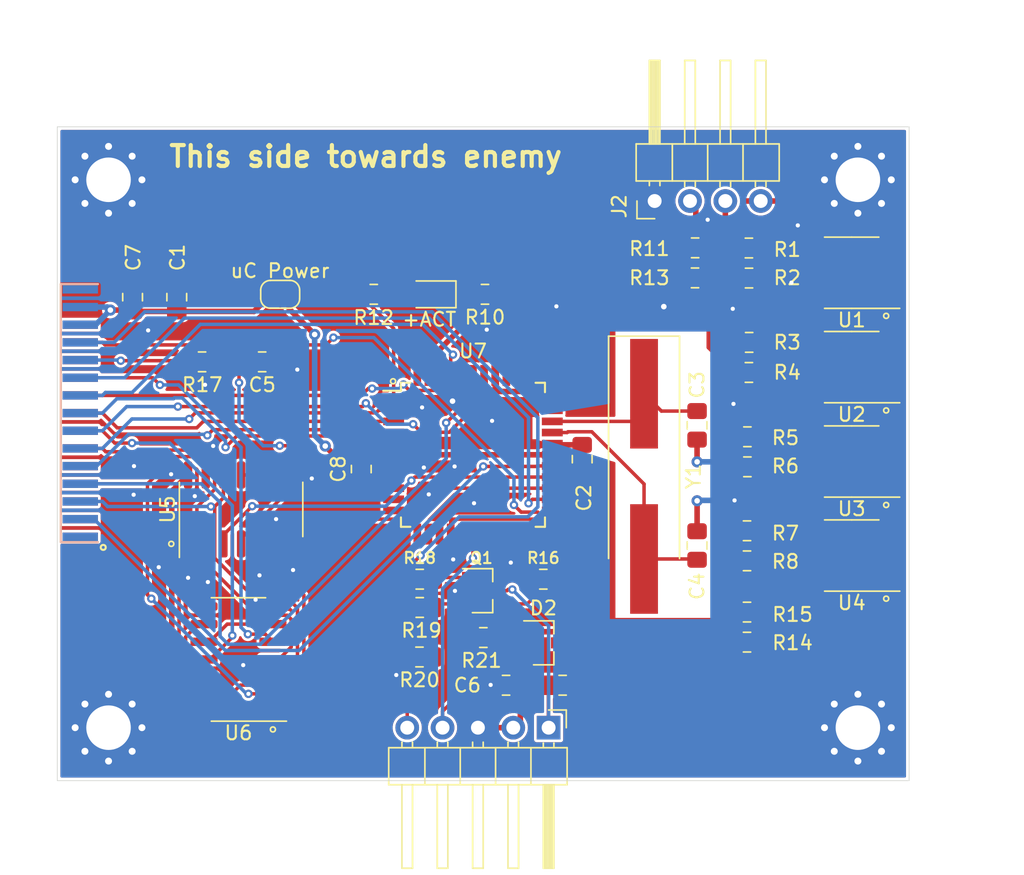
<source format=kicad_pcb>
(kicad_pcb (version 20171130) (host pcbnew "(5.1.6)-1")
  (layers (0 F.Cu signal) (31 B.Cu signal) (34 B.Paste user) (35 F.Paste user) (36 B.SilkS user) (37 F.SilkS user) (38 B.Mask user) (39 F.Mask user) (44 Edge.Cuts user))
  (net 0 "")
  (net 1 GND)
  (net 2 VCC)
  (net 3 "Net-(C3-Pad1)")
  (net 4 "Net-(C4-Pad1)")
  (net 5 "Net-(C5-Pad1)")
  (net 6 "Net-(D1-Pad1)")
  (net 7 "Net-(D2-Pad3)")
  (net 8 P4)
  (net 9 P2)
  (net 10 P0)
  (net 11 /D3)
  (net 12 /D7)
  (net 13 /D0)
  (net 14 /D4)
  (net 15 /D6)
  (net 16 /D1)
  (net 17 A1)
  (net 18 CS7)
  (net 19 P3)
  (net 20 WR)
  (net 21 /D2)
  (net 22 /D5)
  (net 23 RD)
  (net 24 A2)
  (net 25 A0)
  (net 26 SCL)
  (net 27 SDA)
  (net 28 PGC)
  (net 29 PGD)
  (net 30 ~MCLR)
  (net 31 "Net-(Q1-Pad1)")
  (net 32 "Net-(R10-Pad1)")
  (net 33 "Net-(R12-Pad1)")
  (net 34 "Net-(R16-Pad1)")
  (net 35 "Net-(U5-Pad10)")
  (net 36 "Net-(U5-Pad4)")
  (net 37 ULA0)
  (net 38 "Net-(U5-Pad5)")
  (net 39 ULA1)
  (net 40 "Net-(U5-Pad2)")
  (net 41 "Net-(U5-Pad1)")
  (net 42 "Net-(U6-Pad10)")
  (net 43 VDD)
  (net 44 /EE1D)
  (net 45 /EE1C)
  (net 46 /EE2D)
  (net 47 /EE2C)
  (net 48 /EE3D)
  (net 49 /EE3C)
  (net 50 /EE4D)
  (net 51 /EE4C)
  (net 52 /uCD)
  (net 53 /uCC)
  (module Package_SO:SOIC-8_3.9x4.9mm_P1.27mm (layer F.Cu) (at 144.464 122.25 180)
    (fp_text reference U4 (at 0 -3.4) (layer F.SilkS))
    (fp_text value 24LC1025)
    (pad 8 smd roundrect (at 2.475 -1.905 180) (size 1.95 0.6) (layers F.Cu F.Paste F.Mask) (net 2 VCC))
    (pad 7 smd roundrect (at 2.475 -0.635 180) (size 1.95 0.6) (layers F.Cu F.Paste F.Mask) (net 1 GND))
    (pad 6 smd roundrect (at 2.475 0.635 180) (size 1.95 0.6) (layers F.Cu F.Paste F.Mask) (net 51 /EE4C))
    (pad 5 smd roundrect (at 2.475 1.905 180) (size 1.95 0.6) (layers F.Cu F.Paste F.Mask) (net 50 /EE4D))
    (pad 4 smd roundrect (at -2.475 1.905 180) (size 1.95 0.6) (layers F.Cu F.Paste F.Mask) (net 1 GND))
    (pad 3 smd roundrect (at -2.475 0.635 180) (size 1.95 0.6) (layers F.Cu F.Paste F.Mask) (net 2 VCC))
    (pad 2 smd roundrect (at -2.475 -0.635 180) (size 1.95 0.6) (layers F.Cu F.Paste F.Mask) (net 2 VCC))
    (pad 1 smd roundrect (at -2.475 -1.905 180) (size 1.95 0.6) (layers F.Cu F.Paste F.Mask) (net 2 VCC))
  )
  (module Package_SO:SOIC-8_3.9x4.9mm_P1.27mm (layer F.Cu) (at 144.461 115.494 180)
    (fp_text reference U3 (at 0 -3.4) (layer F.SilkS))
    (fp_text value 24LC1025)
    (pad 8 smd roundrect (at 2.475 -1.905 180) (size 1.95 0.6) (layers F.Cu F.Paste F.Mask) (net 2 VCC))
    (pad 7 smd roundrect (at 2.475 -0.635 180) (size 1.95 0.6) (layers F.Cu F.Paste F.Mask) (net 1 GND))
    (pad 6 smd roundrect (at 2.475 0.635 180) (size 1.95 0.6) (layers F.Cu F.Paste F.Mask) (net 49 /EE3C))
    (pad 5 smd roundrect (at 2.475 1.905 180) (size 1.95 0.6) (layers F.Cu F.Paste F.Mask) (net 48 /EE3D))
    (pad 4 smd roundrect (at -2.475 1.905 180) (size 1.95 0.6) (layers F.Cu F.Paste F.Mask) (net 1 GND))
    (pad 3 smd roundrect (at -2.475 0.635 180) (size 1.95 0.6) (layers F.Cu F.Paste F.Mask) (net 2 VCC))
    (pad 2 smd roundrect (at -2.475 -0.635 180) (size 1.95 0.6) (layers F.Cu F.Paste F.Mask) (net 2 VCC))
    (pad 1 smd roundrect (at -2.475 -1.905 180) (size 1.95 0.6) (layers F.Cu F.Paste F.Mask) (net 1 GND))
  )
  (module Package_SO:SOIC-8_3.9x4.9mm_P1.27mm (layer F.Cu) (at 144.461 108.712 180)
    (fp_text reference U2 (at 0 -3.4) (layer F.SilkS))
    (fp_text value 24LC1025)
    (pad 8 smd roundrect (at 2.475 -1.905 180) (size 1.95 0.6) (layers F.Cu F.Paste F.Mask) (net 2 VCC))
    (pad 7 smd roundrect (at 2.475 -0.635 180) (size 1.95 0.6) (layers F.Cu F.Paste F.Mask) (net 1 GND))
    (pad 6 smd roundrect (at 2.475 0.635 180) (size 1.95 0.6) (layers F.Cu F.Paste F.Mask) (net 47 /EE2C))
    (pad 5 smd roundrect (at 2.475 1.905 180) (size 1.95 0.6) (layers F.Cu F.Paste F.Mask) (net 46 /EE2D))
    (pad 4 smd roundrect (at -2.475 1.905 180) (size 1.95 0.6) (layers F.Cu F.Paste F.Mask) (net 1 GND))
    (pad 3 smd roundrect (at -2.475 0.635 180) (size 1.95 0.6) (layers F.Cu F.Paste F.Mask) (net 2 VCC))
    (pad 2 smd roundrect (at -2.475 -0.635 180) (size 1.95 0.6) (layers F.Cu F.Paste F.Mask) (net 1 GND))
    (pad 1 smd roundrect (at -2.475 -1.905 180) (size 1.95 0.6) (layers F.Cu F.Paste F.Mask) (net 2 VCC))
  )
  (module Package_SO:SOIC-8_3.9x4.9mm_P1.27mm (layer F.Cu) (at 144.461 101.93 180)
    (fp_text reference U1 (at 0 -3.4) (layer F.SilkS))
    (fp_text value 24LC1025)
    (pad 8 smd roundrect (at 2.475 -1.905 180) (size 1.95 0.6) (layers F.Cu F.Paste F.Mask) (net 2 VCC))
    (pad 7 smd roundrect (at 2.475 -0.635 180) (size 1.95 0.6) (layers F.Cu F.Paste F.Mask) (net 1 GND))
    (pad 6 smd roundrect (at 2.475 0.635 180) (size 1.95 0.6) (layers F.Cu F.Paste F.Mask) (net 45 /EE1C))
    (pad 5 smd roundrect (at 2.475 1.905 180) (size 1.95 0.6) (layers F.Cu F.Paste F.Mask) (net 44 /EE1D))
    (pad 4 smd roundrect (at -2.475 1.905 180) (size 1.95 0.6) (layers F.Cu F.Paste F.Mask) (net 1 GND))
    (pad 3 smd roundrect (at -2.475 0.635 180) (size 1.95 0.6) (layers F.Cu F.Paste F.Mask) (net 2 VCC))
    (pad 2 smd roundrect (at -2.475 -0.635 180) (size 1.95 0.6) (layers F.Cu F.Paste F.Mask) (net 1 GND))
    (pad 1 smd roundrect (at -2.475 -1.905 180) (size 1.95 0.6) (layers F.Cu F.Paste F.Mask) (net 1 GND))
  )
  (module Crystal:Crystal_SMD_HC49-SD_HandSoldering (layer F.Cu) (at 129.54 116.561 270)
    (fp_text reference Y1 (at 0 -3.55 90) (layer F.SilkS))
    (fp_text value 4MHz)
    (pad 2 smd rect (at 5.9375 0 270) (size 7.875 2) (layers F.Cu F.Paste F.Mask) (net 4 "Net-(C4-Pad1)"))
    (pad 1 smd rect (at -5.9375 0 270) (size 7.875 2) (layers F.Cu F.Paste F.Mask) (net 3 "Net-(C3-Pad1)"))
  )
  (module Package_QFP:TQFP-44_10x10mm_P0.8mm (layer F.Cu) (at 117.246 115.011)
    (fp_text reference U7 (at 0 -7.45) (layer F.SilkS))
    (fp_text value PIC18F452-IPT)
    (pad 44 smd rect (at -4 -5.7 90) (size 1.5 0.55) (layers F.Cu F.Paste F.Mask))
    (pad 43 smd rect (at -3.2 -5.7 90) (size 1.5 0.55) (layers F.Cu F.Paste F.Mask))
    (pad 42 smd rect (at -2.4 -5.7 90) (size 1.5 0.55) (layers F.Cu F.Paste F.Mask) (net 52 /uCD))
    (pad 41 smd rect (at -1.6 -5.7 90) (size 1.5 0.55) (layers F.Cu F.Paste F.Mask) (net 11 /D3))
    (pad 40 smd rect (at -0.8 -5.7 90) (size 1.5 0.55) (layers F.Cu F.Paste F.Mask) (net 21 /D2))
    (pad 39 smd rect (at 0 -5.7 90) (size 1.5 0.55) (layers F.Cu F.Paste F.Mask) (net 16 /D1))
    (pad 38 smd rect (at 0.8 -5.7 90) (size 1.5 0.55) (layers F.Cu F.Paste F.Mask) (net 13 /D0))
    (pad 37 smd rect (at 1.6 -5.7 90) (size 1.5 0.55) (layers F.Cu F.Paste F.Mask) (net 53 /uCC))
    (pad 36 smd rect (at 2.4 -5.7 90) (size 1.5 0.55) (layers F.Cu F.Paste F.Mask) (net 32 "Net-(R10-Pad1)"))
    (pad 35 smd rect (at 3.2 -5.7 90) (size 1.5 0.55) (layers F.Cu F.Paste F.Mask))
    (pad 34 smd rect (at 4 -5.7 90) (size 1.5 0.55) (layers F.Cu F.Paste F.Mask))
    (pad 33 smd rect (at 5.7 -4) (size 1.5 0.55) (layers F.Cu F.Paste F.Mask))
    (pad 32 smd rect (at 5.7 -3.2) (size 1.5 0.55) (layers F.Cu F.Paste F.Mask))
    (pad 31 smd rect (at 5.7 -2.4) (size 1.5 0.55) (layers F.Cu F.Paste F.Mask) (net 3 "Net-(C3-Pad1)"))
    (pad 30 smd rect (at 5.7 -1.6) (size 1.5 0.55) (layers F.Cu F.Paste F.Mask) (net 4 "Net-(C4-Pad1)"))
    (pad 29 smd rect (at 5.7 -0.8) (size 1.5 0.55) (layers F.Cu F.Paste F.Mask) (net 1 GND))
    (pad 28 smd rect (at 5.7 0) (size 1.5 0.55) (layers F.Cu F.Paste F.Mask) (net 43 VDD))
    (pad 27 smd rect (at 5.7 0.8) (size 1.5 0.55) (layers F.Cu F.Paste F.Mask) (net 18 CS7))
    (pad 26 smd rect (at 5.7 1.6) (size 1.5 0.55) (layers F.Cu F.Paste F.Mask) (net 39 ULA1))
    (pad 25 smd rect (at 5.7 2.4) (size 1.5 0.55) (layers F.Cu F.Paste F.Mask) (net 37 ULA0))
    (pad 24 smd rect (at 5.7 3.2) (size 1.5 0.55) (layers F.Cu F.Paste F.Mask) (net 10 P0))
    (pad 23 smd rect (at 5.7 4) (size 1.5 0.55) (layers F.Cu F.Paste F.Mask) (net 19 P3))
    (pad 22 smd rect (at 4 5.7 90) (size 1.5 0.55) (layers F.Cu F.Paste F.Mask))
    (pad 21 smd rect (at 3.2 5.7 90) (size 1.5 0.55) (layers F.Cu F.Paste F.Mask))
    (pad 20 smd rect (at 2.4 5.7 90) (size 1.5 0.55) (layers F.Cu F.Paste F.Mask))
    (pad 19 smd rect (at 1.6 5.7 90) (size 1.5 0.55) (layers F.Cu F.Paste F.Mask))
    (pad 18 smd rect (at 0.8 5.7 90) (size 1.5 0.55) (layers F.Cu F.Paste F.Mask) (net 30 ~MCLR))
    (pad 17 smd rect (at 0 5.7 90) (size 1.5 0.55) (layers F.Cu F.Paste F.Mask) (net 29 PGD))
    (pad 16 smd rect (at -0.8 5.7 90) (size 1.5 0.55) (layers F.Cu F.Paste F.Mask) (net 28 PGC))
    (pad 15 smd rect (at -1.6 5.7 90) (size 1.5 0.55) (layers F.Cu F.Paste F.Mask) (net 34 "Net-(R16-Pad1)"))
    (pad 14 smd rect (at -2.4 5.7 90) (size 1.5 0.55) (layers F.Cu F.Paste F.Mask))
    (pad 13 smd rect (at -3.2 5.7 90) (size 1.5 0.55) (layers F.Cu F.Paste F.Mask))
    (pad 12 smd rect (at -4 5.7 90) (size 1.5 0.55) (layers F.Cu F.Paste F.Mask))
    (pad 11 smd rect (at -5.7 4) (size 1.5 0.55) (layers F.Cu F.Paste F.Mask))
    (pad 10 smd rect (at -5.7 3.2) (size 1.5 0.55) (layers F.Cu F.Paste F.Mask))
    (pad 9 smd rect (at -5.7 2.4) (size 1.5 0.55) (layers F.Cu F.Paste F.Mask))
    (pad 8 smd rect (at -5.7 1.6) (size 1.5 0.55) (layers F.Cu F.Paste F.Mask) (net 5 "Net-(C5-Pad1)"))
    (pad 7 smd rect (at -5.7 0.8) (size 1.5 0.55) (layers F.Cu F.Paste F.Mask) (net 43 VDD))
    (pad 6 smd rect (at -5.7 0) (size 1.5 0.55) (layers F.Cu F.Paste F.Mask) (net 1 GND))
    (pad 5 smd rect (at -5.7 -0.8) (size 1.5 0.55) (layers F.Cu F.Paste F.Mask) (net 12 /D7))
    (pad 4 smd rect (at -5.7 -1.6) (size 1.5 0.55) (layers F.Cu F.Paste F.Mask) (net 15 /D6))
    (pad 3 smd rect (at -5.7 -2.4) (size 1.5 0.55) (layers F.Cu F.Paste F.Mask) (net 22 /D5))
    (pad 2 smd rect (at -5.7 -3.2) (size 1.5 0.55) (layers F.Cu F.Paste F.Mask) (net 14 /D4))
    (pad 1 smd rect (at -5.7 -4) (size 1.5 0.55) (layers F.Cu F.Paste F.Mask) (net 33 "Net-(R12-Pad1)"))
  )
  (module Package_SO:SOIC-14_3.9x8.7mm_P1.27mm (layer F.Cu) (at 100.395 129.718 180)
    (fp_text reference U6 (at 0 -5.28) (layer F.SilkS))
    (fp_text value 74HC02)
    (pad 14 smd roundrect (at 2.475 -3.81 180) (size 1.95 0.6) (layers F.Cu F.Paste F.Mask) (net 2 VCC))
    (pad 13 smd roundrect (at 2.475 -2.54 180) (size 1.95 0.6) (layers F.Cu F.Paste F.Mask) (net 38 "Net-(U5-Pad5)"))
    (pad 12 smd roundrect (at 2.475 -1.27 180) (size 1.95 0.6) (layers F.Cu F.Paste F.Mask) (net 24 A2))
    (pad 11 smd roundrect (at 2.475 0 180) (size 1.95 0.6) (layers F.Cu F.Paste F.Mask) (net 23 RD))
    (pad 10 smd roundrect (at 2.475 1.27 180) (size 1.95 0.6) (layers F.Cu F.Paste F.Mask) (net 42 "Net-(U6-Pad10)"))
    (pad 9 smd roundrect (at 2.475 2.54 180) (size 1.95 0.6) (layers F.Cu F.Paste F.Mask) (net 24 A2))
    (pad 8 smd roundrect (at 2.475 3.81 180) (size 1.95 0.6) (layers F.Cu F.Paste F.Mask) (net 24 A2))
    (pad 7 smd roundrect (at -2.475 3.81 180) (size 1.95 0.6) (layers F.Cu F.Paste F.Mask) (net 1 GND))
    (pad 6 smd roundrect (at -2.475 2.54 180) (size 1.95 0.6) (layers F.Cu F.Paste F.Mask) (net 42 "Net-(U6-Pad10)"))
    (pad 5 smd roundrect (at -2.475 1.27 180) (size 1.95 0.6) (layers F.Cu F.Paste F.Mask) (net 20 WR))
    (pad 4 smd roundrect (at -2.475 0 180) (size 1.95 0.6) (layers F.Cu F.Paste F.Mask) (net 40 "Net-(U5-Pad2)"))
    (pad 3 smd roundrect (at -2.475 -1.27 180) (size 1.95 0.6) (layers F.Cu F.Paste F.Mask) (net 17 A1))
    (pad 2 smd roundrect (at -2.475 -2.54 180) (size 1.95 0.6) (layers F.Cu F.Paste F.Mask) (net 25 A0))
    (pad 1 smd roundrect (at -2.475 -3.81 180) (size 1.95 0.6) (layers F.Cu F.Paste F.Mask) (net 41 "Net-(U5-Pad1)"))
  )
  (module Package_SO:SOIC-14_3.9x8.7mm_P1.27mm (layer F.Cu) (at 100.584 118.937 90)
    (fp_text reference U5 (at 0 -5.28 90) (layer F.SilkS))
    (fp_text value 74HC00)
    (pad 14 smd roundrect (at 2.475 -3.81 90) (size 1.95 0.6) (layers F.Cu F.Paste F.Mask) (net 2 VCC))
    (pad 13 smd roundrect (at 2.475 -2.54 90) (size 1.95 0.6) (layers F.Cu F.Paste F.Mask) (net 25 A0))
    (pad 12 smd roundrect (at 2.475 -1.27 90) (size 1.95 0.6) (layers F.Cu F.Paste F.Mask) (net 17 A1))
    (pad 11 smd roundrect (at 2.475 0 90) (size 1.95 0.6) (layers F.Cu F.Paste F.Mask) (net 35 "Net-(U5-Pad10)"))
    (pad 10 smd roundrect (at 2.475 1.27 90) (size 1.95 0.6) (layers F.Cu F.Paste F.Mask) (net 35 "Net-(U5-Pad10)"))
    (pad 9 smd roundrect (at 2.475 2.54 90) (size 1.95 0.6) (layers F.Cu F.Paste F.Mask) (net 35 "Net-(U5-Pad10)"))
    (pad 8 smd roundrect (at 2.475 3.81 90) (size 1.95 0.6) (layers F.Cu F.Paste F.Mask) (net 36 "Net-(U5-Pad4)"))
    (pad 7 smd roundrect (at -2.475 3.81 90) (size 1.95 0.6) (layers F.Cu F.Paste F.Mask) (net 1 GND))
    (pad 6 smd roundrect (at -2.475 2.54 90) (size 1.95 0.6) (layers F.Cu F.Paste F.Mask) (net 37 ULA0))
    (pad 5 smd roundrect (at -2.475 1.27 90) (size 1.95 0.6) (layers F.Cu F.Paste F.Mask) (net 38 "Net-(U5-Pad5)"))
    (pad 4 smd roundrect (at -2.475 0 90) (size 1.95 0.6) (layers F.Cu F.Paste F.Mask) (net 36 "Net-(U5-Pad4)"))
    (pad 3 smd roundrect (at -2.475 -1.27 90) (size 1.95 0.6) (layers F.Cu F.Paste F.Mask) (net 39 ULA1))
    (pad 2 smd roundrect (at -2.475 -2.54 90) (size 1.95 0.6) (layers F.Cu F.Paste F.Mask) (net 40 "Net-(U5-Pad2)"))
    (pad 1 smd roundrect (at -2.475 -3.81 90) (size 1.95 0.6) (layers F.Cu F.Paste F.Mask) (net 41 "Net-(U5-Pad1)"))
  )
  (module Resistor_SMD:R_0805_2012Metric_Pad1.15x1.40mm_HandSolder (layer F.Cu) (at 117.992 128.143)
    (fp_text reference R21 (at -0.136 1.651) (layer F.SilkS))
    (fp_text value 100k)
    (pad 2 smd roundrect (at 1.025 0) (size 1.15 1.4) (layers F.Cu F.Paste F.Mask) (roundrect_rratio 0.217391) (net 1 GND))
    (pad 1 smd roundrect (at -1.025 0) (size 1.15 1.4) (layers F.Cu F.Paste F.Mask) (roundrect_rratio 0.217391) (net 29 PGD))
  )
  (module Resistor_SMD:R_0805_2012Metric_Pad1.15x1.40mm_HandSolder (layer F.Cu) (at 113.402 129.54 180)
    (fp_text reference R20 (at 0 -1.65) (layer F.SilkS))
    (fp_text value 100K)
    (pad 2 smd roundrect (at 1.025 0 180) (size 1.15 1.4) (layers F.Cu F.Paste F.Mask) (roundrect_rratio 0.217391) (net 1 GND))
    (pad 1 smd roundrect (at -1.025 0 180) (size 1.15 1.4) (layers F.Cu F.Paste F.Mask) (roundrect_rratio 0.217391) (net 28 PGC))
  )
  (module Resistor_SMD:R_0805_2012Metric_Pad1.15x1.40mm_HandSolder (layer F.Cu) (at 113.42 125.984)
    (fp_text reference R19 (at 0.127 1.651) (layer F.SilkS))
    (fp_text value 100K)
    (pad 2 smd roundrect (at 1.025 0) (size 1.15 1.4) (layers F.Cu F.Paste F.Mask) (roundrect_rratio 0.217391) (net 19 P3))
    (pad 1 smd roundrect (at -1.025 0) (size 1.15 1.4) (layers F.Cu F.Paste F.Mask) (roundrect_rratio 0.217391) (net 8 P4))
  )
  (module Resistor_SMD:R_0805_2012Metric_Pad1.15x1.40mm_HandSolder (layer F.Cu) (at 113.42 123.952)
    (fp_text reference R18 (at 0 -1.524) (layer F.SilkS) (effects (font (size 0.8 0.8))))
    (fp_text value 220K)
    (pad 2 smd roundrect (at 1.025 0) (size 1.15 1.4) (layers F.Cu F.Paste F.Mask) (roundrect_rratio 0.217391) (net 31 "Net-(Q1-Pad1)"))
    (pad 1 smd roundrect (at -1.025 0) (size 1.15 1.4) (layers F.Cu F.Paste F.Mask) (roundrect_rratio 0.217391) (net 8 P4))
  )
  (module Resistor_SMD:R_0805_2012Metric_Pad1.15x1.40mm_HandSolder (layer F.Cu) (at 97.781 108.331)
    (fp_text reference R17 (at 0.009 1.651) (layer F.SilkS))
    (fp_text value 100K)
    (pad 2 smd roundrect (at 1.025 0) (size 1.15 1.4) (layers F.Cu F.Paste F.Mask) (roundrect_rratio 0.217391) (net 5 "Net-(C5-Pad1)"))
    (pad 1 smd roundrect (at -1.025 0) (size 1.15 1.4) (layers F.Cu F.Paste F.Mask) (roundrect_rratio 0.217391) (net 9 P2))
  )
  (module Resistor_SMD:R_0805_2012Metric_Pad1.15x1.40mm_HandSolder (layer F.Cu) (at 122.301 123.952)
    (fp_text reference R16 (at 0 -1.524) (layer F.SilkS) (effects (font (size 0.8 0.8))))
    (fp_text value 100K)
    (pad 2 smd roundrect (at 1.025 0) (size 1.15 1.4) (layers F.Cu F.Paste F.Mask) (roundrect_rratio 0.217391) (net 1 GND))
    (pad 1 smd roundrect (at -1.025 0) (size 1.15 1.4) (layers F.Cu F.Paste F.Mask) (roundrect_rratio 0.217391) (net 34 "Net-(R16-Pad1)"))
  )
  (module Resistor_SMD:R_0805_2012Metric_Pad1.15x1.40mm_HandSolder (layer F.Cu) (at 136.94 126.314)
    (fp_text reference R15 (at 3.268 0.178) (layer F.SilkS))
    (fp_text value 10K)
    (pad 2 smd roundrect (at 1.025 0) (size 1.15 1.4) (layers F.Cu F.Paste F.Mask) (roundrect_rratio 0.217391) (net 2 VCC))
    (pad 1 smd roundrect (at -1.025 0) (size 1.15 1.4) (layers F.Cu F.Paste F.Mask) (roundrect_rratio 0.217391) (net 26 SCL))
  )
  (module Resistor_SMD:R_0805_2012Metric_Pad1.15x1.40mm_HandSolder (layer F.Cu) (at 136.94 128.473)
    (fp_text reference R14 (at 3.268 0.051) (layer F.SilkS))
    (fp_text value 10K)
    (pad 2 smd roundrect (at 1.025 0) (size 1.15 1.4) (layers F.Cu F.Paste F.Mask) (roundrect_rratio 0.217391) (net 2 VCC))
    (pad 1 smd roundrect (at -1.025 0) (size 1.15 1.4) (layers F.Cu F.Paste F.Mask) (roundrect_rratio 0.217391) (net 27 SDA))
  )
  (module Resistor_SMD:R_0805_2012Metric_Pad1.15x1.40mm_HandSolder (layer F.Cu) (at 133.202 102.298 180)
    (fp_text reference R13 (at 3.2805 0) (layer F.SilkS))
    (fp_text value 330R)
    (pad 2 smd roundrect (at 1.025 0 180) (size 1.15 1.4) (layers F.Cu F.Paste F.Mask) (roundrect_rratio 0.217391) (net 53 /uCC))
    (pad 1 smd roundrect (at -1.025 0 180) (size 1.15 1.4) (layers F.Cu F.Paste F.Mask) (roundrect_rratio 0.217391) (net 26 SCL))
  )
  (module Resistor_SMD:R_0805_2012Metric_Pad1.15x1.40mm_HandSolder (layer F.Cu) (at 110.118 103.48)
    (fp_text reference R12 (at -0.009 1.676) (layer F.SilkS))
    (fp_text value 47K)
    (pad 2 smd roundrect (at 1.025 0) (size 1.15 1.4) (layers F.Cu F.Paste F.Mask) (roundrect_rratio 0.217391) (net 2 VCC))
    (pad 1 smd roundrect (at -1.025 0) (size 1.15 1.4) (layers F.Cu F.Paste F.Mask) (roundrect_rratio 0.217391) (net 33 "Net-(R12-Pad1)"))
  )
  (module Resistor_SMD:R_0805_2012Metric_Pad1.15x1.40mm_HandSolder (layer F.Cu) (at 133.21 100.14 180)
    (fp_text reference R11 (at 3.289 -0.063) (layer F.SilkS))
    (fp_text value 330R)
    (pad 2 smd roundrect (at 1.025 0 180) (size 1.15 1.4) (layers F.Cu F.Paste F.Mask) (roundrect_rratio 0.217391) (net 52 /uCD))
    (pad 1 smd roundrect (at -1.025 0 180) (size 1.15 1.4) (layers F.Cu F.Paste F.Mask) (roundrect_rratio 0.217391) (net 27 SDA))
  )
  (module Resistor_SMD:R_0805_2012Metric_Pad1.15x1.40mm_HandSolder (layer F.Cu) (at 118.11 103.48 180)
    (fp_text reference R10 (at 0 -1.65) (layer F.SilkS))
    (fp_text value 4K7)
    (pad 2 smd roundrect (at 1.025 0 180) (size 1.15 1.4) (layers F.Cu F.Paste F.Mask) (roundrect_rratio 0.217391) (net 6 "Net-(D1-Pad1)"))
    (pad 1 smd roundrect (at -1.025 0 180) (size 1.15 1.4) (layers F.Cu F.Paste F.Mask) (roundrect_rratio 0.217391) (net 32 "Net-(R10-Pad1)"))
  )
  (module Resistor_SMD:R_0805_2012Metric_Pad1.15x1.40mm_HandSolder (layer F.Cu) (at 123.689 131.572)
    (fp_text reference R9 hide)
    (fp_text value 22K)
    (pad 2 smd roundrect (at 1.025 0) (size 1.15 1.4) (layers F.Cu F.Paste F.Mask) (roundrect_rratio 0.217391) (net 7 "Net-(D2-Pad3)"))
    (pad 1 smd roundrect (at -1.025 0) (size 1.15 1.4) (layers F.Cu F.Paste F.Mask) (roundrect_rratio 0.217391) (net 30 ~MCLR))
  )
  (module Resistor_SMD:R_0805_2012Metric_Pad1.15x1.40mm_HandSolder (layer F.Cu) (at 136.94 122.631)
    (fp_text reference R8 (at 2.76 0.051) (layer F.SilkS))
    (fp_text value 330R)
    (pad 2 smd roundrect (at 1.025 0) (size 1.15 1.4) (layers F.Cu F.Paste F.Mask) (roundrect_rratio 0.217391) (net 51 /EE4C))
    (pad 1 smd roundrect (at -1.025 0) (size 1.15 1.4) (layers F.Cu F.Paste F.Mask) (roundrect_rratio 0.217391) (net 26 SCL))
  )
  (module Resistor_SMD:R_0805_2012Metric_Pad1.15x1.40mm_HandSolder (layer F.Cu) (at 136.94 120.472)
    (fp_text reference R7 (at 2.76 0.178) (layer F.SilkS))
    (fp_text value 330R)
    (pad 2 smd roundrect (at 1.025 0) (size 1.15 1.4) (layers F.Cu F.Paste F.Mask) (roundrect_rratio 0.217391) (net 50 /EE4D))
    (pad 1 smd roundrect (at -1.025 0) (size 1.15 1.4) (layers F.Cu F.Paste F.Mask) (roundrect_rratio 0.217391) (net 27 SDA))
  )
  (module Resistor_SMD:R_0805_2012Metric_Pad1.15x1.40mm_HandSolder (layer F.Cu) (at 136.966 115.875)
    (fp_text reference R6 (at 2.734 -0.051) (layer F.SilkS))
    (fp_text value 330R)
    (pad 2 smd roundrect (at 1.025 0) (size 1.15 1.4) (layers F.Cu F.Paste F.Mask) (roundrect_rratio 0.217391) (net 49 /EE3C))
    (pad 1 smd roundrect (at -1.025 0) (size 1.15 1.4) (layers F.Cu F.Paste F.Mask) (roundrect_rratio 0.217391) (net 26 SCL))
  )
  (module Resistor_SMD:R_0805_2012Metric_Pad1.15x1.40mm_HandSolder (layer F.Cu) (at 136.966 113.716)
    (fp_text reference R5 (at 2.734 0.076) (layer F.SilkS))
    (fp_text value 330R)
    (pad 2 smd roundrect (at 1.025 0) (size 1.15 1.4) (layers F.Cu F.Paste F.Mask) (roundrect_rratio 0.217391) (net 48 /EE3D))
    (pad 1 smd roundrect (at -1.025 0) (size 1.15 1.4) (layers F.Cu F.Paste F.Mask) (roundrect_rratio 0.217391) (net 27 SDA))
  )
  (module Resistor_SMD:R_0805_2012Metric_Pad1.15x1.40mm_HandSolder (layer F.Cu) (at 137.075 109.093)
    (fp_text reference R4 (at 2.752 0) (layer F.SilkS))
    (fp_text value 330R)
    (pad 2 smd roundrect (at 1.025 0) (size 1.15 1.4) (layers F.Cu F.Paste F.Mask) (roundrect_rratio 0.217391) (net 47 /EE2C))
    (pad 1 smd roundrect (at -1.025 0) (size 1.15 1.4) (layers F.Cu F.Paste F.Mask) (roundrect_rratio 0.217391) (net 26 SCL))
  )
  (module Resistor_SMD:R_0805_2012Metric_Pad1.15x1.40mm_HandSolder (layer F.Cu) (at 137.093 106.934)
    (fp_text reference R3 (at 2.734 0) (layer F.SilkS))
    (fp_text value 330R)
    (pad 2 smd roundrect (at 1.025 0) (size 1.15 1.4) (layers F.Cu F.Paste F.Mask) (roundrect_rratio 0.217391) (net 46 /EE2D))
    (pad 1 smd roundrect (at -1.025 0) (size 1.15 1.4) (layers F.Cu F.Paste F.Mask) (roundrect_rratio 0.217391) (net 27 SDA))
  )
  (module Resistor_SMD:R_0805_2012Metric_Pad1.15x1.40mm_HandSolder (layer F.Cu) (at 137.084 102.311)
    (fp_text reference R2 (at 2.743 -0.0125) (layer F.SilkS))
    (fp_text value 330R)
    (pad 2 smd roundrect (at 1.025 0) (size 1.15 1.4) (layers F.Cu F.Paste F.Mask) (roundrect_rratio 0.217391) (net 45 /EE1C))
    (pad 1 smd roundrect (at -1.025 0) (size 1.15 1.4) (layers F.Cu F.Paste F.Mask) (roundrect_rratio 0.217391) (net 26 SCL))
  )
  (module Resistor_SMD:R_0805_2012Metric_Pad1.15x1.40mm_HandSolder (layer F.Cu) (at 137.075 100.152)
    (fp_text reference R1 (at 2.752 0.1145) (layer F.SilkS))
    (fp_text value 330R)
    (pad 2 smd roundrect (at 1.025 0) (size 1.15 1.4) (layers F.Cu F.Paste F.Mask) (roundrect_rratio 0.217391) (net 44 /EE1D))
    (pad 1 smd roundrect (at -1.025 0) (size 1.15 1.4) (layers F.Cu F.Paste F.Mask) (roundrect_rratio 0.217391) (net 27 SDA))
  )
  (module Package_TO_SOT_SMD:SOT-23 (layer F.Cu) (at 117.907 124.775)
    (fp_text reference Q1 (at -0.051 -2.347) (layer F.SilkS) (effects (font (size 0.8 0.8))))
    (fp_text value NPN)
    (pad 3 smd rect (at 1 0) (size 0.9 0.8) (layers F.Cu F.Paste F.Mask) (net 30 ~MCLR))
    (pad 2 smd rect (at -1 0.95) (size 0.9 0.8) (layers F.Cu F.Paste F.Mask) (net 19 P3))
    (pad 1 smd rect (at -1 -0.95) (size 0.9 0.8) (layers F.Cu F.Paste F.Mask) (net 31 "Net-(Q1-Pad1)"))
  )
  (module Jumper:SolderJumper-2_P1.3mm_Open_RoundedPad1.0x1.5mm (layer F.Cu) (at 103.393 103.48)
    (fp_text reference JP1 hide)
    (fp_text value JVCC)
    (pad 2 smd custom (at 0.65 0) (size 1 0.5) (layers F.Cu F.Mask) (net 43 VDD) (options (clearance outline) (anchor rect)) (primitives (gr_circle (center 0 0.25) (end 0.5 0.25) (width 0)) (gr_circle (center 0 -0.25) (end 0.5 -0.25) (width 0)) (gr_poly (pts (xy 0 -0.75) (xy -0.5 -0.75) (xy -0.5 0.75) (xy 0 0.75)) (width 0))))
    (pad 1 smd custom (at -0.65 0) (size 1 0.5) (layers F.Cu F.Mask) (net 2 VCC) (options (clearance outline) (anchor rect)) (primitives (gr_circle (center 0 0.25) (end 0.5 0.25) (width 0)) (gr_circle (center 0 -0.25) (end 0.5 -0.25) (width 0)) (gr_poly (pts (xy 0 -0.75) (xy 0.5 -0.75) (xy 0.5 0.75) (xy 0 0.75)) (width 0))))
  )
  (module Connector_PinHeader_2.54mm:PinHeader_1x05_P2.54mm_Horizontal (layer F.Cu) (at 122.682 134.62 270)
    (fp_text reference J3 hide)
    (fp_text value ICSP)
    (pad 5 thru_hole oval (at 0 10.16 270) (size 1.7 1.7) (drill 1) (layers *.Cu *.Mask) (net 28 PGC))
    (pad 4 thru_hole oval (at 0 7.62 270) (size 1.7 1.7) (drill 1) (layers *.Cu *.Mask) (net 29 PGD))
    (pad 3 thru_hole oval (at 0 5.08 270) (size 1.7 1.7) (drill 1) (layers *.Cu *.Mask) (net 1 GND))
    (pad 2 thru_hole oval (at 0 2.54 270) (size 1.7 1.7) (drill 1) (layers *.Cu *.Mask) (net 2 VCC))
    (pad 1 thru_hole rect (at 0 0 270) (size 1.7 1.7) (drill 1) (layers *.Cu *.Mask) (net 30 ~MCLR))
  )
  (module Connector_PinHeader_2.54mm:PinHeader_1x04_P2.54mm_Horizontal (layer F.Cu) (at 130.302 96.774 90)
    (fp_text reference J2 (at -0.381 -2.54 90) (layer F.SilkS))
    (fp_text value I2CConn)
    (pad 4 thru_hole oval (at 0 7.62 90) (size 1.7 1.7) (drill 1) (layers *.Cu *.Mask) (net 2 VCC))
    (pad 3 thru_hole oval (at 0 5.08 90) (size 1.7 1.7) (drill 1) (layers *.Cu *.Mask) (net 27 SDA))
    (pad 2 thru_hole oval (at 0 2.54 90) (size 1.7 1.7) (drill 1) (layers *.Cu *.Mask) (net 26 SCL))
    (pad 1 thru_hole rect (at 0 0 90) (size 1.7 1.7) (drill 1) (layers *.Cu *.Mask) (net 1 GND))
  )
  (module hwreverse:Connector_Casio_2x15_1.27_SYSBUS (layer F.Cu) (at 89.027 120.904 180)
    (fp_text reference J1 hide)
    (fp_text value CPB_Connector)
    (pad 30 smd rect (at 0 17.78 180) (size 2.54 0.6) (layers B.Cu B.Paste B.Mask))
    (pad 28 smd rect (at 0 16.51 180) (size 2.54 0.6) (layers B.Cu B.Paste B.Mask) (net 2 VCC))
    (pad 26 smd rect (at 0 15.24 180) (size 2.54 0.6) (layers B.Cu B.Paste B.Mask) (net 2 VCC))
    (pad 24 smd rect (at 0 13.97 180) (size 2.54 0.6) (layers B.Cu B.Paste B.Mask) (net 8 P4))
    (pad 22 smd rect (at 0 12.7 180) (size 2.54 0.6) (layers B.Cu B.Paste B.Mask) (net 9 P2))
    (pad 20 smd rect (at 0 11.43 180) (size 2.54 0.6) (layers B.Cu B.Paste B.Mask) (net 10 P0))
    (pad 18 smd rect (at 0 10.16 180) (size 2.54 0.6) (layers B.Cu B.Paste B.Mask) (net 11 /D3))
    (pad 16 smd rect (at 0 8.89 180) (size 2.54 0.6) (layers B.Cu B.Paste B.Mask) (net 12 /D7))
    (pad 14 smd rect (at 0 7.62 180) (size 2.54 0.6) (layers B.Cu B.Paste B.Mask) (net 13 /D0))
    (pad 12 smd rect (at 0 6.35 180) (size 2.54 0.6) (layers B.Cu B.Paste B.Mask) (net 14 /D4))
    (pad 10 smd rect (at 0 5.08 180) (size 2.54 0.6) (layers B.Cu B.Paste B.Mask) (net 15 /D6))
    (pad 8 smd rect (at 0 3.81 180) (size 2.54 0.6) (layers B.Cu B.Paste B.Mask) (net 16 /D1))
    (pad 6 smd rect (at 0 2.54 180) (size 2.54 0.6) (layers B.Cu B.Paste B.Mask) (net 17 A1))
    (pad 4 smd rect (at 0 1.27 180) (size 2.54 0.6) (layers B.Cu B.Paste B.Mask) (net 18 CS7))
    (pad 2 smd rect (at 0 0 180) (size 2.54 0.6) (layers B.Cu B.Paste B.Mask))
    (pad 29 smd rect (at 0 17.78 180) (size 2.54 0.6) (layers F.Cu F.Paste F.Mask) (net 1 GND))
    (pad 27 smd rect (at 0 16.51 180) (size 2.54 0.6) (layers F.Cu F.Paste F.Mask) (net 1 GND))
    (pad 25 smd rect (at 0 15.24 180) (size 2.54 0.6) (layers F.Cu F.Paste F.Mask))
    (pad 23 smd rect (at 0 13.97 180) (size 2.54 0.6) (layers F.Cu F.Paste F.Mask) (net 19 P3))
    (pad 21 smd rect (at 0 12.7 180) (size 2.54 0.6) (layers F.Cu F.Paste F.Mask))
    (pad 19 smd rect (at 0 11.43 180) (size 2.54 0.6) (layers F.Cu F.Paste F.Mask) (net 20 WR))
    (pad 17 smd rect (at 0 10.16 180) (size 2.54 0.6) (layers F.Cu F.Paste F.Mask) (net 21 /D2))
    (pad 15 smd rect (at 0 8.89 180) (size 2.54 0.6) (layers F.Cu F.Paste F.Mask) (net 22 /D5))
    (pad 13 smd rect (at 0 7.62 180) (size 2.54 0.6) (layers F.Cu F.Paste F.Mask) (net 23 RD))
    (pad 11 smd rect (at 0 6.35 180) (size 2.54 0.6) (layers F.Cu F.Paste F.Mask) (net 24 A2))
    (pad 9 smd rect (at 0 5.08 180) (size 2.54 0.6) (layers F.Cu F.Paste F.Mask))
    (pad 7 smd rect (at 0 3.81 180) (size 2.54 0.6) (layers F.Cu F.Paste F.Mask) (net 25 A0))
    (pad 5 smd rect (at 0 2.54 180) (size 2.54 0.6) (layers F.Cu F.Paste F.Mask))
    (pad 3 smd rect (at 0 1.27 180) (size 2.54 0.6) (layers F.Cu F.Paste F.Mask))
    (pad 1 smd rect (at 0 0 180) (size 2.54 0.6) (layers F.Cu F.Paste F.Mask))
  )
  (module MountingHole:MountingHole_3.2mm_M3_Pad_Via (layer F.Cu) (at 144.907 95.25)
    (fp_text reference H4 hide)
    (fp_text value MountingHole_Pad)
    (pad 1 thru_hole circle (at 1.697056 -1.697056) (size 0.8 0.8) (drill 0.5) (layers *.Cu *.Mask) (net 1 GND))
    (pad 1 thru_hole circle (at 0 -2.4) (size 0.8 0.8) (drill 0.5) (layers *.Cu *.Mask) (net 1 GND))
    (pad 1 thru_hole circle (at -1.697056 -1.697056) (size 0.8 0.8) (drill 0.5) (layers *.Cu *.Mask) (net 1 GND))
    (pad 1 thru_hole circle (at -2.4 0) (size 0.8 0.8) (drill 0.5) (layers *.Cu *.Mask) (net 1 GND))
    (pad 1 thru_hole circle (at -1.697056 1.697056) (size 0.8 0.8) (drill 0.5) (layers *.Cu *.Mask) (net 1 GND))
    (pad 1 thru_hole circle (at 0 2.4) (size 0.8 0.8) (drill 0.5) (layers *.Cu *.Mask) (net 1 GND))
    (pad 1 thru_hole circle (at 1.697056 1.697056) (size 0.8 0.8) (drill 0.5) (layers *.Cu *.Mask) (net 1 GND))
    (pad 1 thru_hole circle (at 2.4 0) (size 0.8 0.8) (drill 0.5) (layers *.Cu *.Mask) (net 1 GND))
    (pad 1 thru_hole circle (at 0 0) (size 6.4 6.4) (drill 3.2) (layers *.Cu *.Mask) (net 1 GND))
  )
  (module MountingHole:MountingHole_3.2mm_M3_Pad_Via (layer F.Cu) (at 91.059 95.25)
    (fp_text reference H3 hide)
    (fp_text value MountingHole_Pad)
    (pad 1 thru_hole circle (at 1.697056 -1.697056) (size 0.8 0.8) (drill 0.5) (layers *.Cu *.Mask) (net 1 GND))
    (pad 1 thru_hole circle (at 0 -2.4) (size 0.8 0.8) (drill 0.5) (layers *.Cu *.Mask) (net 1 GND))
    (pad 1 thru_hole circle (at -1.697056 -1.697056) (size 0.8 0.8) (drill 0.5) (layers *.Cu *.Mask) (net 1 GND))
    (pad 1 thru_hole circle (at -2.4 0) (size 0.8 0.8) (drill 0.5) (layers *.Cu *.Mask) (net 1 GND))
    (pad 1 thru_hole circle (at -1.697056 1.697056) (size 0.8 0.8) (drill 0.5) (layers *.Cu *.Mask) (net 1 GND))
    (pad 1 thru_hole circle (at 0 2.4) (size 0.8 0.8) (drill 0.5) (layers *.Cu *.Mask) (net 1 GND))
    (pad 1 thru_hole circle (at 1.697056 1.697056) (size 0.8 0.8) (drill 0.5) (layers *.Cu *.Mask) (net 1 GND))
    (pad 1 thru_hole circle (at 2.4 0) (size 0.8 0.8) (drill 0.5) (layers *.Cu *.Mask) (net 1 GND))
    (pad 1 thru_hole circle (at 0 0) (size 6.4 6.4) (drill 3.2) (layers *.Cu *.Mask) (net 1 GND))
  )
  (module MountingHole:MountingHole_3.2mm_M3_Pad_Via (layer F.Cu) (at 91.059 134.62)
    (fp_text reference H2 hide)
    (fp_text value MountingHole_Pad)
    (pad 1 thru_hole circle (at 1.697056 -1.697056) (size 0.8 0.8) (drill 0.5) (layers *.Cu *.Mask) (net 1 GND))
    (pad 1 thru_hole circle (at 0 -2.4) (size 0.8 0.8) (drill 0.5) (layers *.Cu *.Mask) (net 1 GND))
    (pad 1 thru_hole circle (at -1.697056 -1.697056) (size 0.8 0.8) (drill 0.5) (layers *.Cu *.Mask) (net 1 GND))
    (pad 1 thru_hole circle (at -2.4 0) (size 0.8 0.8) (drill 0.5) (layers *.Cu *.Mask) (net 1 GND))
    (pad 1 thru_hole circle (at -1.697056 1.697056) (size 0.8 0.8) (drill 0.5) (layers *.Cu *.Mask) (net 1 GND))
    (pad 1 thru_hole circle (at 0 2.4) (size 0.8 0.8) (drill 0.5) (layers *.Cu *.Mask) (net 1 GND))
    (pad 1 thru_hole circle (at 1.697056 1.697056) (size 0.8 0.8) (drill 0.5) (layers *.Cu *.Mask) (net 1 GND))
    (pad 1 thru_hole circle (at 2.4 0) (size 0.8 0.8) (drill 0.5) (layers *.Cu *.Mask) (net 1 GND))
    (pad 1 thru_hole circle (at 0 0) (size 6.4 6.4) (drill 3.2) (layers *.Cu *.Mask) (net 1 GND))
  )
  (module MountingHole:MountingHole_3.2mm_M3_Pad_Via (layer F.Cu) (at 144.907 134.62)
    (fp_text reference H1 hide)
    (fp_text value MountingHole_Pad)
    (pad 1 thru_hole circle (at 1.697056 -1.697056) (size 0.8 0.8) (drill 0.5) (layers *.Cu *.Mask) (net 1 GND))
    (pad 1 thru_hole circle (at 0 -2.4) (size 0.8 0.8) (drill 0.5) (layers *.Cu *.Mask) (net 1 GND))
    (pad 1 thru_hole circle (at -1.697056 -1.697056) (size 0.8 0.8) (drill 0.5) (layers *.Cu *.Mask) (net 1 GND))
    (pad 1 thru_hole circle (at -2.4 0) (size 0.8 0.8) (drill 0.5) (layers *.Cu *.Mask) (net 1 GND))
    (pad 1 thru_hole circle (at -1.697056 1.697056) (size 0.8 0.8) (drill 0.5) (layers *.Cu *.Mask) (net 1 GND))
    (pad 1 thru_hole circle (at 0 2.4) (size 0.8 0.8) (drill 0.5) (layers *.Cu *.Mask) (net 1 GND))
    (pad 1 thru_hole circle (at 1.697056 1.697056) (size 0.8 0.8) (drill 0.5) (layers *.Cu *.Mask) (net 1 GND))
    (pad 1 thru_hole circle (at 2.4 0) (size 0.8 0.8) (drill 0.5) (layers *.Cu *.Mask) (net 1 GND))
    (pad 1 thru_hole circle (at 0 0) (size 6.4 6.4) (drill 3.2) (layers *.Cu *.Mask) (net 1 GND))
  )
  (module Package_TO_SOT_SMD:SOT-23 (layer F.Cu) (at 122.301 128.524)
    (fp_text reference D2 (at 0 -2.5) (layer F.SilkS))
    (fp_text value BAV70)
    (pad 3 smd rect (at 1 0) (size 0.9 0.8) (layers F.Cu F.Paste F.Mask) (net 7 "Net-(D2-Pad3)"))
    (pad 2 smd rect (at -1 0.95) (size 0.9 0.8) (layers F.Cu F.Paste F.Mask) (net 2 VCC))
    (pad 1 smd rect (at -1 -0.95) (size 0.9 0.8) (layers F.Cu F.Paste F.Mask) (net 2 VCC))
  )
  (module LED_SMD:LED_0805_2012Metric_Pad1.15x1.40mm_HandSolder (layer F.Cu) (at 114.164 103.48 180)
    (fp_text reference D1 hide)
    (fp_text value GRN)
    (pad 2 smd roundrect (at 1.025 0 180) (size 1.15 1.4) (layers F.Cu F.Paste F.Mask) (roundrect_rratio 0.217391) (net 2 VCC))
    (pad 1 smd roundrect (at -1.025 0 180) (size 1.15 1.4) (layers F.Cu F.Paste F.Mask) (roundrect_rratio 0.217391) (net 6 "Net-(D1-Pad1)"))
  )
  (module Capacitor_SMD:C_0805_2012Metric_Pad1.15x1.40mm_HandSolder (layer F.Cu) (at 109.22 116.036 90)
    (fp_text reference C8 (at 0 -1.65 90) (layer F.SilkS))
    (fp_text value 0.1uF)
    (pad 2 smd roundrect (at 1.025 0 90) (size 1.15 1.4) (layers F.Cu F.Paste F.Mask) (roundrect_rratio 0.217391) (net 1 GND))
    (pad 1 smd roundrect (at -1.025 0 90) (size 1.15 1.4) (layers F.Cu F.Paste F.Mask) (roundrect_rratio 0.217391) (net 43 VDD))
  )
  (module Capacitor_SMD:C_0805_2012Metric_Pad1.15x1.40mm_HandSolder (layer F.Cu) (at 92.7862 103.683 90)
    (fp_text reference C7 (at 2.845 0.0508 90) (layer F.SilkS))
    (fp_text value 0.1uF)
    (pad 2 smd roundrect (at 1.025 0 90) (size 1.15 1.4) (layers F.Cu F.Paste F.Mask) (roundrect_rratio 0.217391) (net 1 GND))
    (pad 1 smd roundrect (at -1.025 0 90) (size 1.15 1.4) (layers F.Cu F.Paste F.Mask) (roundrect_rratio 0.217391) (net 2 VCC))
  )
  (module Capacitor_SMD:C_0805_2012Metric_Pad1.15x1.40mm_HandSolder (layer F.Cu) (at 119.625 131.572 180)
    (fp_text reference C6 (at 2.785 0) (layer F.SilkS))
    (fp_text value 15pF)
    (pad 2 smd roundrect (at 1.025 0 180) (size 1.15 1.4) (layers F.Cu F.Paste F.Mask) (roundrect_rratio 0.217391) (net 1 GND))
    (pad 1 smd roundrect (at -1.025 0 180) (size 1.15 1.4) (layers F.Cu F.Paste F.Mask) (roundrect_rratio 0.217391) (net 2 VCC))
  )
  (module Capacitor_SMD:C_0805_2012Metric_Pad1.15x1.40mm_HandSolder (layer F.Cu) (at 102.099 108.331)
    (fp_text reference C5 (at 0 1.651) (layer F.SilkS))
    (fp_text value 15pF)
    (pad 2 smd roundrect (at 1.025 0) (size 1.15 1.4) (layers F.Cu F.Paste F.Mask) (roundrect_rratio 0.217391) (net 1 GND))
    (pad 1 smd roundrect (at -1.025 0) (size 1.15 1.4) (layers F.Cu F.Paste F.Mask) (roundrect_rratio 0.217391) (net 5 "Net-(C5-Pad1)"))
  )
  (module Capacitor_SMD:C_0805_2012Metric_Pad1.15x1.40mm_HandSolder (layer F.Cu) (at 133.35 121.53 90)
    (fp_text reference C4 (at -2.93 0 90) (layer F.SilkS))
    (fp_text value 15pF)
    (pad 2 smd roundrect (at 1.025 0 90) (size 1.15 1.4) (layers F.Cu F.Paste F.Mask) (roundrect_rratio 0.217391) (net 1 GND))
    (pad 1 smd roundrect (at -1.025 0 90) (size 1.15 1.4) (layers F.Cu F.Paste F.Mask) (roundrect_rratio 0.217391) (net 4 "Net-(C4-Pad1)"))
  )
  (module Capacitor_SMD:C_0805_2012Metric_Pad1.15x1.40mm_HandSolder (layer F.Cu) (at 133.35 112.894 270)
    (fp_text reference C3 (at -2.912 0 90) (layer F.SilkS))
    (fp_text value 15pF)
    (pad 2 smd roundrect (at 1.025 0 270) (size 1.15 1.4) (layers F.Cu F.Paste F.Mask) (roundrect_rratio 0.217391) (net 1 GND))
    (pad 1 smd roundrect (at -1.025 0 270) (size 1.15 1.4) (layers F.Cu F.Paste F.Mask) (roundrect_rratio 0.217391) (net 3 "Net-(C3-Pad1)"))
  )
  (module Capacitor_SMD:C_0805_2012Metric_Pad1.15x1.40mm_HandSolder (layer F.Cu) (at 125.095 115.325 90)
    (fp_text reference C2 (at -2.785 0.127 90) (layer F.SilkS))
    (fp_text value 0.1uF)
    (pad 2 smd roundrect (at 1.025 0 90) (size 1.15 1.4) (layers F.Cu F.Paste F.Mask) (roundrect_rratio 0.217391) (net 1 GND))
    (pad 1 smd roundrect (at -1.025 0 90) (size 1.15 1.4) (layers F.Cu F.Paste F.Mask) (roundrect_rratio 0.217391) (net 43 VDD))
  )
  (module Capacitor_SMD:C_0805_2012Metric_Pad1.15x1.40mm_HandSolder (layer F.Cu) (at 95.9612 103.683 90)
    (fp_text reference C1 (at 2.845 0.0508 90) (layer F.SilkS))
    (fp_text value 10uF)
    (pad 2 smd roundrect (at 1.025 0 90) (size 1.15 1.4) (layers F.Cu F.Paste F.Mask) (roundrect_rratio 0.217391) (net 1 GND))
    (pad 1 smd roundrect (at -1.025 0 90) (size 1.15 1.4) (layers F.Cu F.Paste F.Mask) (roundrect_rratio 0.217391) (net 2 VCC))
  )
  (gr_text "This side towards enemy" (at 109.5375 93.57614) (layer F.SilkS) (effects (font (size 1.5 1.5) (thickness 0.3))))
  (gr_text "uC Power" (at 103.378 101.7905) (layer F.SilkS) (effects (font (size 1 1))))
  (gr_text +ACT (at 114.1095 105.283) (layer F.SilkS) (effects (font (size 1 1))))
  (gr_circle (center 111.506 109.728) (end 111.633 109.855) (layer F.SilkS) (width 0.12))
  (gr_circle (center 95.5675 121.412) (end 95.6945 121.539) (layer F.SilkS) (width 0.12))
  (gr_circle (center 102.87 134.747) (end 102.997 134.874) (layer F.SilkS) (width 0.12))
  (gr_circle (center 146.939 105.029) (end 147.066 105.156) (layer F.SilkS) (width 0.12))
  (gr_circle (center 146.939 111.8235) (end 147.066 111.9505) (layer F.SilkS) (width 0.12))
  (gr_circle (center 146.939 118.618) (end 147.066 118.745) (layer F.SilkS) (width 0.12))
  (gr_circle (center 146.939 125.349) (end 147.066 125.476) (layer F.SilkS) (width 0.12))
  (gr_line (start 87.376 138.43) (end 87.376 91.44) (layer Edge.Cuts) (width 0.05))
  (gr_line (start 148.59 138.43) (end 87.376 138.43) (layer Edge.Cuts) (width 0.05))
  (gr_line (start 148.59 91.44) (end 148.59 138.43) (layer Edge.Cuts) (width 0.05))
  (gr_line (start 87.376 91.44) (end 148.59 91.44) (layer Edge.Cuts) (width 0.05))
  (via (at 118.5164 131.5466) (size 0.6) (drill 0.3) (layers F.Cu B.Cu) (net 1))
  (via (at 140.1318 102.6414) (size 0.6) (drill 0.3) (layers F.Cu B.Cu) (net 1))
  (via (at 104.3178 123.2916) (size 0.6) (drill 0.3) (layers F.Cu B.Cu) (net 1))
  (via (at 101.6254 125.4252) (size 0.6) (drill 0.3) (layers F.Cu B.Cu) (net 1))
  (via (at 111.7346 130.8354) (size 0.6) (drill 0.3) (layers F.Cu B.Cu) (net 1))
  (via (at 103.0986 119.634) (size 0.6) (drill 0.3) (layers F.Cu B.Cu) (net 1))
  (via (at 105.664 116.713) (size 0.6) (drill 0.3) (layers F.Cu B.Cu) (net 1))
  (via (at 104.6226 108.8898) (size 0.6) (drill 0.3) (layers F.Cu B.Cu) (net 1))
  (via (at 97.9932 109.982) (size 0.6) (drill 0.3) (layers F.Cu B.Cu) (net 1))
  (via (at 123.2408 104.3432) (size 0.6) (drill 0.3) (layers F.Cu B.Cu) (net 1))
  (via (at 118.237 106.0196) (size 0.6) (drill 0.3) (layers F.Cu B.Cu) (net 1))
  (via (at 113.5888 111.6076) (size 0.6) (drill 0.3) (layers F.Cu B.Cu) (net 1))
  (via (at 117.3226 118.491) (size 0.6) (drill 0.3) (layers F.Cu B.Cu) (net 1))
  (via (at 101.9048 123.6726) (size 0.6) (drill 0.3) (layers F.Cu B.Cu) (net 1))
  (via (at 100.7364 130.1242) (size 0.6) (drill 0.3) (layers F.Cu B.Cu) (net 1))
  (via (at 119.9642 122.7582) (size 0.6) (drill 0.3) (layers F.Cu B.Cu) (net 1))
  (via (at 115.824 122.5296) (size 0.6) (drill 0.3) (layers F.Cu B.Cu) (net 1))
  (via (at 113.7158 115.9256) (size 0.6) (drill 0.3) (layers F.Cu B.Cu) (net 1))
  (via (at 135.9662 111.3536) (size 0.6) (drill 0.3) (layers F.Cu B.Cu) (net 1))
  (via (at 135.9154 104.521) (size 0.6) (drill 0.3) (layers F.Cu B.Cu) (net 1))
  (via (at 136.0424 118.2878) (size 0.6) (drill 0.3) (layers F.Cu B.Cu) (net 1))
  (via (at 134.112 98.1202) (size 0.6) (drill 0.3) (layers F.Cu B.Cu) (net 1))
  (via (at 140.589 98.5266) (size 0.6) (drill 0.3) (layers F.Cu B.Cu) (net 1))
  (via (at 92.8624 117.8814) (size 0.6) (drill 0.3) (layers F.Cu B.Cu) (net 1))
  (via (at 95.5548 116.4082) (size 0.6) (drill 0.3) (layers F.Cu B.Cu) (net 1))
  (via (at 92.8878 115.824) (size 0.6) (drill 0.3) (layers F.Cu B.Cu) (net 1))
  (via (at 97.2566 117.983) (size 0.6) (drill 0.3) (layers F.Cu B.Cu) (net 1))
  (via (at 94.6658 123.0884) (size 0.6) (drill 0.3) (layers F.Cu B.Cu) (net 1))
  (via (at 96.774 123.8504) (size 0.6) (drill 0.3) (layers F.Cu B.Cu) (net 1))
  (via (at 98.1964 124.1552) (size 0.6) (drill 0.3) (layers F.Cu B.Cu) (net 1))
  (via (at 115.951 124.7902) (size 0.6) (drill 0.3) (layers F.Cu B.Cu) (net 1))
  (via (at 118.618 112.5728) (size 0.6) (drill 0.3) (layers F.Cu B.Cu) (net 1))
  (via (at 115.9256 115.8494) (size 0.6) (drill 0.3) (layers F.Cu B.Cu) (net 1))
  (via (at 114.0714 117.856) (size 0.6) (drill 0.3) (layers F.Cu B.Cu) (net 1))
  (via (at 93.9038 106.0704) (size 0.6) (drill 0.3) (layers F.Cu B.Cu) (net 1))
  (via (at 98.5774 114.3762) (size 0.6) (drill 0.3) (layers F.Cu B.Cu) (net 1))
  (segment (start 124.84223 114.29361) (end 122.946 114.29361) (width 0.4) (layer F.Cu) (net 1))
  (segment (start 125.095 114.3) (end 124.84862 114.3) (width 0.4) (layer F.Cu) (net 1))
  (segment (start 124.84862 114.3) (end 124.84223 114.29361) (width 0.4) (layer F.Cu) (net 1))
  (via (at 115.77828 111.15548) (size 0.8) (drill 0.4) (layers F.Cu B.Cu) (net 1))
  (segment (start 133.35 113.919) (end 133.35 115.51412) (width 0.4) (layer F.Cu) (net 1))
  (via (at 133.35254 115.51666) (size 0.8) (drill 0.4) (layers F.Cu B.Cu) (net 1))
  (segment (start 133.35 115.51412) (end 133.35254 115.51666) (width 0.4) (layer F.Cu) (net 1))
  (segment (start 133.35254 115.51666) (end 135.5598 115.51666) (width 0.4) (layer B.Cu) (net 1))
  (segment (start 136.0424 115.99926) (end 136.0424 118.2878) (width 0.4) (layer B.Cu) (net 1))
  (segment (start 135.5598 115.51666) (end 136.0424 115.99926) (width 0.4) (layer B.Cu) (net 1))
  (via (at 133.35254 118.31574) (size 0.8) (drill 0.4) (layers F.Cu B.Cu) (net 1))
  (segment (start 136.0424 118.2878) (end 133.38048 118.2878) (width 0.4) (layer B.Cu) (net 1))
  (segment (start 133.38048 118.2878) (end 133.35254 118.31574) (width 0.4) (layer B.Cu) (net 1))
  (segment (start 133.35254 120.50246) (end 133.35 120.505) (width 0.4) (layer F.Cu) (net 1))
  (segment (start 133.35254 118.31574) (end 133.35254 120.50246) (width 0.4) (layer F.Cu) (net 1))
  (via (at 130.95986 104.36352) (size 0.8) (drill 0.4) (layers F.Cu B.Cu) (net 1))
  (segment (start 121.301 127.7236) (end 133.192 127.7236) (width 0.4) (layer F.Cu) (net 2))
  (segment (start 133.192 127.7236) (end 135.0687 129.6003) (width 0.4) (layer F.Cu) (net 2))
  (segment (start 135.0687 129.6003) (end 136.8377 129.6003) (width 0.4) (layer F.Cu) (net 2))
  (segment (start 136.8377 129.6003) (end 137.965 128.473) (width 0.4) (layer F.Cu) (net 2))
  (segment (start 121.301 127.7236) (end 121.301 129.474) (width 0.4) (layer F.Cu) (net 2))
  (segment (start 121.301 127.574) (end 121.301 127.7236) (width 0.4) (layer F.Cu) (net 2))
  (segment (start 120.142 134.62) (end 118.8917 134.62) (width 0.4) (layer F.Cu) (net 2))
  (segment (start 118.8917 134.62) (end 118.8917 135.167) (width 0.4) (layer F.Cu) (net 2))
  (segment (start 118.8917 135.167) (end 118.1283 135.9304) (width 0.4) (layer F.Cu) (net 2))
  (segment (start 118.1283 135.9304) (end 100.3224 135.9304) (width 0.4) (layer F.Cu) (net 2))
  (segment (start 100.3224 135.9304) (end 97.92 133.528) (width 0.4) (layer F.Cu) (net 2))
  (segment (start 120.65 131.572) (end 120.65 134.112) (width 0.4) (layer F.Cu) (net 2))
  (segment (start 120.65 134.112) (end 120.142 134.62) (width 0.4) (layer F.Cu) (net 2))
  (segment (start 137.965 126.314) (end 137.965 128.473) (width 0.4) (layer F.Cu) (net 2))
  (segment (start 102.129 104.094) (end 102.743 103.48) (width 0.4) (layer F.Cu) (net 2))
  (segment (start 95.9612 104.708) (end 101.515 104.708) (width 0.4) (layer F.Cu) (net 2))
  (segment (start 101.515 104.708) (end 102.129 104.094) (width 0.4) (layer F.Cu) (net 2))
  (segment (start 96.774 116.462) (end 95.6012 117.6348) (width 0.4) (layer F.Cu) (net 2))
  (segment (start 95.6012 117.6348) (end 95.6012 132.3477) (width 0.4) (layer F.Cu) (net 2))
  (segment (start 95.6012 132.3477) (end 96.7815 133.528) (width 0.4) (layer F.Cu) (net 2))
  (segment (start 96.7815 133.528) (end 97.92 133.528) (width 0.4) (layer F.Cu) (net 2))
  (segment (start 112.007 103.48) (end 119.9958 95.4912) (width 0.4) (layer F.Cu) (net 2))
  (segment (start 119.9958 95.4912) (end 135.907 95.4912) (width 0.4) (layer F.Cu) (net 2))
  (segment (start 135.907 95.4912) (end 136.6717 96.2559) (width 0.4) (layer F.Cu) (net 2))
  (segment (start 136.6717 96.2559) (end 136.6717 96.774) (width 0.4) (layer F.Cu) (net 2))
  (segment (start 137.922 96.774) (end 136.6717 96.774) (width 0.4) (layer F.Cu) (net 2))
  (segment (start 91.1911 104.6119) (end 92.6901 104.6119) (width 0.4) (layer F.Cu) (net 2))
  (segment (start 92.6901 104.6119) (end 92.7862 104.708) (width 0.4) (layer F.Cu) (net 2))
  (segment (start 112.007 103.48) (end 113.139 103.48) (width 0.4) (layer F.Cu) (net 2))
  (segment (start 111.143 103.48) (end 112.007 103.48) (width 0.4) (layer F.Cu) (net 2))
  (segment (start 144.526 116.154) (end 144.526 117.373) (width 0.4) (layer F.Cu) (net 2))
  (segment (start 146.936 116.129) (end 144.551 116.129) (width 0.4) (layer F.Cu) (net 2))
  (segment (start 144.551 116.129) (end 144.526 116.154) (width 0.4) (layer F.Cu) (net 2))
  (segment (start 144.526 114.757) (end 144.526 116.154) (width 0.4) (layer F.Cu) (net 2))
  (segment (start 144.526 110.617) (end 144.526 114.757) (width 0.4) (layer F.Cu) (net 2))
  (segment (start 144.526 121.641) (end 144.526 122.733) (width 0.4) (layer F.Cu) (net 2))
  (segment (start 146.939 121.615) (end 144.552 121.615) (width 0.4) (layer F.Cu) (net 2))
  (segment (start 144.552 121.615) (end 144.526 121.641) (width 0.4) (layer F.Cu) (net 2))
  (segment (start 121.301 129.474) (end 121.301 130.921) (width 0.4) (layer F.Cu) (net 2))
  (segment (start 121.301 130.921) (end 120.65 131.572) (width 0.4) (layer F.Cu) (net 2))
  (segment (start 141.989 124.155) (end 140.124 124.155) (width 0.4) (layer F.Cu) (net 2))
  (segment (start 140.124 124.155) (end 137.965 126.314) (width 0.4) (layer F.Cu) (net 2))
  (segment (start 144.526 117.373) (end 144.526 121.641) (width 0.4) (layer F.Cu) (net 2))
  (segment (start 144.526 122.733) (end 144.526 123.977) (width 0.4) (layer F.Cu) (net 2))
  (segment (start 146.939 122.885) (end 144.678 122.885) (width 0.4) (layer F.Cu) (net 2))
  (segment (start 144.678 122.885) (end 144.526 122.733) (width 0.4) (layer F.Cu) (net 2))
  (segment (start 146.939 124.155) (end 144.704 124.155) (width 0.4) (layer F.Cu) (net 2))
  (segment (start 144.704 124.155) (end 144.526 123.977) (width 0.4) (layer F.Cu) (net 2))
  (segment (start 144.526 123.977) (end 144.526 124.282) (width 0.4) (layer F.Cu) (net 2))
  (segment (start 141.989 124.155) (end 144.348 124.155) (width 0.4) (layer F.Cu) (net 2))
  (segment (start 144.348 124.155) (end 144.526 123.977) (width 0.4) (layer F.Cu) (net 2))
  (segment (start 146.936 114.859) (end 144.628 114.859) (width 0.4) (layer F.Cu) (net 2))
  (segment (start 144.628 114.859) (end 144.526 114.757) (width 0.4) (layer F.Cu) (net 2))
  (segment (start 141.986 117.399) (end 144.5 117.399) (width 0.4) (layer F.Cu) (net 2))
  (segment (start 144.5 117.399) (end 144.526 117.373) (width 0.4) (layer F.Cu) (net 2))
  (segment (start 146.936 110.617) (end 144.526 110.617) (width 0.4) (layer F.Cu) (net 2))
  (segment (start 144.526 108.102) (end 144.526 110.617) (width 0.4) (layer F.Cu) (net 2))
  (segment (start 141.986 110.617) (end 144.526 110.617) (width 0.4) (layer F.Cu) (net 2))
  (segment (start 146.936 108.077) (end 144.551 108.077) (width 0.4) (layer F.Cu) (net 2))
  (segment (start 144.551 108.077) (end 144.526 108.102) (width 0.4) (layer F.Cu) (net 2))
  (segment (start 144.526 103.911) (end 144.526 108.102) (width 0.4) (layer F.Cu) (net 2))
  (segment (start 144.526 101.295) (end 144.526 103.911) (width 0.4) (layer F.Cu) (net 2))
  (segment (start 141.986 103.835) (end 144.45 103.835) (width 0.4) (layer F.Cu) (net 2))
  (segment (start 144.45 103.835) (end 144.526 103.911) (width 0.4) (layer F.Cu) (net 2))
  (segment (start 137.922 96.774) (end 140.488 96.774) (width 0.4) (layer F.Cu) (net 2))
  (segment (start 140.488 96.774) (end 144.526 100.812) (width 0.4) (layer F.Cu) (net 2))
  (segment (start 144.526 100.812) (end 144.526 101.295) (width 0.4) (layer F.Cu) (net 2))
  (segment (start 146.936 101.295) (end 144.526 101.295) (width 0.4) (layer F.Cu) (net 2))
  (segment (start 92.7862 104.708) (end 95.9612 104.708) (width 0.4) (layer F.Cu) (net 2))
  (via (at 91.1911 104.6119) (size 0.8) (drill 0.4) (layers F.Cu B.Cu) (net 2))
  (segment (start 102.743 102.732408) (end 102.743 103.48) (width 0.4) (layer F.Cu) (net 2))
  (segment (start 103.145418 102.32999) (end 102.743 102.732408) (width 0.4) (layer F.Cu) (net 2))
  (segment (start 109.99299 102.32999) (end 103.145418 102.32999) (width 0.4) (layer F.Cu) (net 2))
  (segment (start 111.143 103.48) (end 109.99299 102.32999) (width 0.4) (layer F.Cu) (net 2))
  (segment (start 90.9732 104.394) (end 91.1911 104.6119) (width 0.4) (layer B.Cu) (net 2))
  (segment (start 89.027 104.394) (end 90.9732 104.394) (width 0.4) (layer B.Cu) (net 2))
  (segment (start 90.139 105.664) (end 91.1911 104.6119) (width 0.4) (layer B.Cu) (net 2))
  (segment (start 89.027 105.664) (end 90.139 105.664) (width 0.4) (layer B.Cu) (net 2))
  (segment (start 122.946 112.611) (end 128.7985 112.611) (width 0.25) (layer F.Cu) (net 3))
  (segment (start 128.7985 112.611) (end 130.163 111.2465) (width 0.25) (layer F.Cu) (net 3))
  (segment (start 130.163 111.2465) (end 129.54 110.624) (width 0.25) (layer F.Cu) (net 3))
  (segment (start 133.35 111.869) (end 130.786 111.869) (width 0.25) (layer F.Cu) (net 3))
  (segment (start 130.786 111.869) (end 130.163 111.2465) (width 0.25) (layer F.Cu) (net 3))
  (segment (start 130.163 111.2465) (end 129.54 110.6235) (width 0.25) (layer F.Cu) (net 3))
  (segment (start 129.54 122.498) (end 129.54 122.4985) (width 0.25) (layer F.Cu) (net 4))
  (segment (start 124.0213 113.411) (end 124.0761 113.3562) (width 0.25) (layer F.Cu) (net 4))
  (segment (start 124.0761 113.3562) (end 125.7844 113.3562) (width 0.25) (layer F.Cu) (net 4))
  (segment (start 125.7844 113.3562) (end 129.54 117.1118) (width 0.25) (layer F.Cu) (net 4))
  (segment (start 129.54 117.1118) (end 129.54 122.498) (width 0.25) (layer F.Cu) (net 4))
  (segment (start 122.946 113.411) (end 124.0213 113.411) (width 0.25) (layer F.Cu) (net 4))
  (segment (start 129.54 122.498) (end 133.294 122.498) (width 0.25) (layer F.Cu) (net 4))
  (segment (start 133.294 122.498) (end 133.35 122.555) (width 0.25) (layer F.Cu) (net 4))
  (segment (start 100.4363 108.331) (end 98.806 108.331) (width 0.25) (layer F.Cu) (net 5))
  (segment (start 101.074 108.331) (end 100.4363 108.331) (width 0.25) (layer F.Cu) (net 5))
  (segment (start 100.4363 108.331) (end 100.4363 109.8275) (width 0.25) (layer F.Cu) (net 5))
  (segment (start 111.546 116.611) (end 110.4707 116.611) (width 0.25) (layer F.Cu) (net 5))
  (segment (start 103.3608 114.3593) (end 104.7628 114.3593) (width 0.25) (layer F.Cu) (net 5))
  (segment (start 104.7628 114.3593) (end 108.3737 117.9702) (width 0.25) (layer F.Cu) (net 5))
  (segment (start 108.3737 117.9702) (end 109.8996 117.9702) (width 0.25) (layer F.Cu) (net 5))
  (segment (start 109.8996 117.9702) (end 110.4707 117.3991) (width 0.25) (layer F.Cu) (net 5))
  (segment (start 110.4707 117.3991) (end 110.4707 116.611) (width 0.25) (layer F.Cu) (net 5))
  (via (at 103.3608 114.3593) (size 0.6) (layers F.Cu B.Cu) (net 5))
  (via (at 100.4363 109.8275) (size 0.6) (layers F.Cu B.Cu) (net 5))
  (segment (start 103.3608 114.3593) (end 102.17238 114.3593) (width 0.25) (layer B.Cu) (net 5))
  (segment (start 100.4363 112.62322) (end 100.4363 109.8275) (width 0.25) (layer B.Cu) (net 5))
  (segment (start 102.17238 114.3593) (end 100.4363 112.62322) (width 0.25) (layer B.Cu) (net 5))
  (segment (start 115.189 103.48) (end 117.085 103.48) (width 0.25) (layer F.Cu) (net 6))
  (segment (start 124.714 131.572) (end 124.714 129.937) (width 0.25) (layer F.Cu) (net 7))
  (segment (start 124.714 129.937) (end 123.301 128.524) (width 0.25) (layer F.Cu) (net 7))
  (segment (start 113.4854 122.2435) (end 116.2598 119.4691) (width 0.25) (layer B.Cu) (net 8))
  (segment (start 116.2598 119.4691) (end 121.1929 119.4691) (width 0.25) (layer B.Cu) (net 8))
  (segment (start 121.1929 119.4691) (end 121.9081 118.7539) (width 0.25) (layer B.Cu) (net 8))
  (segment (start 121.9081 118.7539) (end 121.9081 112.344) (width 0.25) (layer B.Cu) (net 8))
  (segment (start 121.9081 112.344) (end 114.302 104.7379) (width 0.25) (layer B.Cu) (net 8))
  (segment (start 114.302 104.7379) (end 93.6614 104.7379) (width 0.25) (layer B.Cu) (net 8))
  (segment (start 93.6614 104.7379) (end 91.4653 106.934) (width 0.25) (layer B.Cu) (net 8))
  (segment (start 91.4653 106.934) (end 89.027 106.934) (width 0.25) (layer B.Cu) (net 8))
  (segment (start 112.395 123.952) (end 112.395 123.3339) (width 0.25) (layer F.Cu) (net 8))
  (segment (start 112.395 123.3339) (end 113.4854 122.2435) (width 0.25) (layer F.Cu) (net 8))
  (segment (start 112.395 123.952) (end 112.395 125.984) (width 0.25) (layer F.Cu) (net 8))
  (via (at 113.4854 122.2435) (size 0.6) (layers F.Cu B.Cu) (net 8))
  (segment (start 91.9362 108.248) (end 96.673 108.248) (width 0.25) (layer F.Cu) (net 9))
  (segment (start 96.673 108.248) (end 96.756 108.331) (width 0.25) (layer F.Cu) (net 9))
  (segment (start 89.027 108.204) (end 91.8922 108.204) (width 0.25) (layer B.Cu) (net 9))
  (segment (start 91.8922 108.204) (end 91.9362 108.248) (width 0.25) (layer B.Cu) (net 9))
  (via (at 91.9362 108.248) (size 0.6) (layers F.Cu B.Cu) (net 9))
  (segment (start 121.2378 118.4941) (end 121.2378 112.3325) (width 0.25) (layer B.Cu) (net 10))
  (segment (start 121.2378 112.3325) (end 114.0935 105.1882) (width 0.25) (layer B.Cu) (net 10))
  (segment (start 114.0935 105.1882) (end 96.5043 105.1882) (width 0.25) (layer B.Cu) (net 10))
  (segment (start 96.5043 105.1882) (end 92.2185 109.474) (width 0.25) (layer B.Cu) (net 10))
  (segment (start 92.2185 109.474) (end 89.027 109.474) (width 0.25) (layer B.Cu) (net 10))
  (segment (start 121.2378 118.4941) (end 121.5209 118.211) (width 0.25) (layer F.Cu) (net 10))
  (segment (start 121.5209 118.211) (end 122.946 118.211) (width 0.25) (layer F.Cu) (net 10))
  (via (at 121.2378 118.4941) (size 0.6) (layers F.Cu B.Cu) (net 10))
  (segment (start 115.8093 107.8118) (end 113.636 105.6385) (width 0.25) (layer B.Cu) (net 11))
  (segment (start 113.636 105.6385) (end 97.6514 105.6385) (width 0.25) (layer B.Cu) (net 11))
  (segment (start 97.6514 105.6385) (end 92.7571 110.5328) (width 0.25) (layer B.Cu) (net 11))
  (segment (start 92.7571 110.5328) (end 90.8335 110.5328) (width 0.25) (layer B.Cu) (net 11))
  (segment (start 90.8335 110.5328) (end 90.6223 110.744) (width 0.25) (layer B.Cu) (net 11))
  (segment (start 89.027 110.744) (end 90.6223 110.744) (width 0.25) (layer B.Cu) (net 11))
  (segment (start 115.8093 107.8118) (end 115.646 107.9751) (width 0.25) (layer F.Cu) (net 11))
  (segment (start 115.646 107.9751) (end 115.646 109.311) (width 0.25) (layer F.Cu) (net 11))
  (via (at 115.8093 107.8118) (size 0.6) (layers F.Cu B.Cu) (net 11))
  (segment (start 99.4655 114.4681) (end 99.4655 114.0337) (width 0.25) (layer B.Cu) (net 12))
  (segment (start 99.4655 114.0337) (end 96.3532 110.9214) (width 0.25) (layer B.Cu) (net 12))
  (segment (start 96.3532 110.9214) (end 95.7826 110.9214) (width 0.25) (layer B.Cu) (net 12))
  (segment (start 95.7826 110.9214) (end 95.7209 110.9831) (width 0.25) (layer B.Cu) (net 12))
  (segment (start 95.7209 110.9831) (end 91.6532 110.9831) (width 0.25) (layer B.Cu) (net 12))
  (segment (start 91.6532 110.9831) (end 90.6223 112.014) (width 0.25) (layer B.Cu) (net 12))
  (segment (start 110.4707 114.211) (end 109.9185 113.6588) (width 0.25) (layer F.Cu) (net 12))
  (segment (start 109.9185 113.6588) (end 100.2748 113.6588) (width 0.25) (layer F.Cu) (net 12))
  (segment (start 100.2748 113.6588) (end 99.4655 114.4681) (width 0.25) (layer F.Cu) (net 12))
  (segment (start 89.027 112.014) (end 90.6223 112.014) (width 0.25) (layer B.Cu) (net 12))
  (segment (start 111.546 114.211) (end 110.4707 114.211) (width 0.25) (layer F.Cu) (net 12))
  (via (at 99.4655 114.4681) (size 0.6) (layers F.Cu B.Cu) (net 12))
  (segment (start 89.027 113.284) (end 90.6223 113.284) (width 0.25) (layer B.Cu) (net 13))
  (segment (start 112.9463 112.811) (end 113.5295 113.3942) (width 0.25) (layer F.Cu) (net 13))
  (segment (start 113.5295 113.3942) (end 115.5393 113.3942) (width 0.25) (layer F.Cu) (net 13))
  (segment (start 115.5393 113.3942) (end 118.046 110.8875) (width 0.25) (layer F.Cu) (net 13))
  (segment (start 118.046 110.8875) (end 118.046 109.311) (width 0.25) (layer F.Cu) (net 13))
  (segment (start 109.5503 111.3062) (end 111.0551 112.811) (width 0.25) (layer B.Cu) (net 13))
  (segment (start 111.0551 112.811) (end 112.9463 112.811) (width 0.25) (layer B.Cu) (net 13))
  (segment (start 96.0416 111.5467) (end 109.3098 111.5467) (width 0.25) (layer F.Cu) (net 13))
  (segment (start 109.3098 111.5467) (end 109.5503 111.3062) (width 0.25) (layer F.Cu) (net 13))
  (segment (start 90.6223 113.284) (end 92.3596 111.5467) (width 0.25) (layer B.Cu) (net 13))
  (segment (start 92.3596 111.5467) (end 96.0416 111.5467) (width 0.25) (layer B.Cu) (net 13))
  (via (at 112.9463 112.811) (size 0.6) (layers F.Cu B.Cu) (net 13))
  (via (at 109.5503 111.3062) (size 0.6) (layers F.Cu B.Cu) (net 13))
  (via (at 96.0416 111.5467) (size 0.6) (layers F.Cu B.Cu) (net 13))
  (segment (start 96.8548 112.4378) (end 97.2956 111.997) (width 0.25) (layer F.Cu) (net 14))
  (segment (start 97.2956 111.997) (end 110.2847 111.997) (width 0.25) (layer F.Cu) (net 14))
  (segment (start 110.2847 111.997) (end 110.4707 111.811) (width 0.25) (layer F.Cu) (net 14))
  (segment (start 111.546 111.811) (end 110.4707 111.811) (width 0.25) (layer F.Cu) (net 14))
  (segment (start 89.027 114.554) (end 90.6223 114.554) (width 0.25) (layer B.Cu) (net 14))
  (segment (start 90.6223 114.554) (end 92.7385 112.4378) (width 0.25) (layer B.Cu) (net 14))
  (segment (start 92.7385 112.4378) (end 96.8548 112.4378) (width 0.25) (layer B.Cu) (net 14))
  (via (at 96.8548 112.4378) (size 0.6) (layers F.Cu B.Cu) (net 14))
  (segment (start 98.1573 113.6099) (end 98.0908 113.5434) (width 0.25) (layer B.Cu) (net 15))
  (segment (start 98.0908 113.5434) (end 92.4873 113.5434) (width 0.25) (layer B.Cu) (net 15))
  (segment (start 110.4707 113.411) (end 110.2682 113.2085) (width 0.25) (layer F.Cu) (net 15))
  (segment (start 110.2682 113.2085) (end 98.5587 113.2085) (width 0.25) (layer F.Cu) (net 15))
  (segment (start 98.5587 113.2085) (end 98.1573 113.6099) (width 0.25) (layer F.Cu) (net 15))
  (segment (start 111.546 113.411) (end 110.4707 113.411) (width 0.25) (layer F.Cu) (net 15))
  (via (at 98.1573 113.6099) (size 0.6) (layers F.Cu B.Cu) (net 15))
  (segment (start 90.2067 115.824) (end 89.027 115.824) (width 0.25) (layer B.Cu) (net 15))
  (segment (start 92.4873 113.5434) (end 90.2067 115.824) (width 0.25) (layer B.Cu) (net 15))
  (segment (start 89.027 117.094) (end 97.7302 117.094) (width 0.25) (layer B.Cu) (net 16))
  (segment (start 97.7302 117.094) (end 99.0738 118.4376) (width 0.25) (layer B.Cu) (net 16))
  (segment (start 99.0738 118.4376) (end 99.0738 128.0521) (width 0.25) (layer B.Cu) (net 16))
  (segment (start 99.0738 128.0521) (end 99.6438 128.6221) (width 0.25) (layer B.Cu) (net 16))
  (segment (start 99.6438 128.6221) (end 101.9761 128.6221) (width 0.25) (layer B.Cu) (net 16))
  (segment (start 101.9761 128.6221) (end 115.3195 115.2787) (width 0.25) (layer B.Cu) (net 16))
  (segment (start 115.3195 115.2787) (end 115.3195 112.7146) (width 0.25) (layer B.Cu) (net 16))
  (segment (start 115.3195 112.7146) (end 117.246 110.7881) (width 0.25) (layer F.Cu) (net 16))
  (segment (start 117.246 110.7881) (end 117.246 109.311) (width 0.25) (layer F.Cu) (net 16))
  (via (at 115.3195 112.7146) (size 0.6) (layers F.Cu B.Cu) (net 16))
  (segment (start 98.688 118.7276) (end 98.4164 118.7276) (width 0.25) (layer F.Cu) (net 17))
  (segment (start 99.314 116.462) (end 99.314 118.1016) (width 0.25) (layer F.Cu) (net 17))
  (segment (start 99.314 118.1016) (end 98.688 118.7276) (width 0.25) (layer F.Cu) (net 17))
  (segment (start 98.688 118.7276) (end 98.688 122.435) (width 0.25) (layer F.Cu) (net 17))
  (segment (start 98.688 122.435) (end 101.0179 124.7649) (width 0.25) (layer F.Cu) (net 17))
  (segment (start 101.0179 124.7649) (end 103.3791 124.7649) (width 0.25) (layer F.Cu) (net 17))
  (segment (start 103.3791 124.7649) (end 104.6338 126.0196) (width 0.25) (layer F.Cu) (net 17))
  (segment (start 104.6338 126.0196) (end 104.6338 129.6954) (width 0.25) (layer F.Cu) (net 17))
  (segment (start 104.6338 129.6954) (end 103.3412 130.988) (width 0.25) (layer F.Cu) (net 17))
  (segment (start 103.3412 130.988) (end 102.87 130.988) (width 0.25) (layer F.Cu) (net 17))
  (segment (start 90.6223 118.364) (end 90.9859 118.7276) (width 0.25) (layer B.Cu) (net 17))
  (segment (start 90.9859 118.7276) (end 98.4164 118.7276) (width 0.25) (layer B.Cu) (net 17))
  (segment (start 89.027 118.364) (end 90.6223 118.364) (width 0.25) (layer B.Cu) (net 17))
  (via (at 98.4164 118.7276) (size 0.6) (layers F.Cu B.Cu) (net 17))
  (segment (start 122.946 115.811) (end 121.8707 115.811) (width 0.25) (layer F.Cu) (net 18))
  (segment (start 117.9833 115.8485) (end 121.8332 115.8485) (width 0.25) (layer F.Cu) (net 18))
  (segment (start 121.8332 115.8485) (end 121.8707 115.811) (width 0.25) (layer F.Cu) (net 18))
  (via (at 117.9833 115.8485) (size 0.6) (layers F.Cu B.Cu) (net 18))
  (segment (start 90.01929 119.634) (end 89.027 119.634) (width 0.25) (layer B.Cu) (net 18))
  (segment (start 99.4574 129.07211) (end 90.01929 119.634) (width 0.25) (layer B.Cu) (net 18))
  (segment (start 104.75969 129.07211) (end 99.4574 129.07211) (width 0.25) (layer B.Cu) (net 18))
  (segment (start 117.9833 115.8485) (end 104.75969 129.07211) (width 0.25) (layer B.Cu) (net 18))
  (segment (start 116.907 125.725) (end 114.704 125.725) (width 0.25) (layer F.Cu) (net 19))
  (segment (start 114.704 125.725) (end 114.445 125.984) (width 0.25) (layer F.Cu) (net 19))
  (segment (start 122.3631 119.5939) (end 122.2968 119.6602) (width 0.25) (layer F.Cu) (net 19))
  (segment (start 122.2968 119.6602) (end 122.2968 124.5772) (width 0.25) (layer F.Cu) (net 19))
  (segment (start 122.2968 124.5772) (end 121.149 125.725) (width 0.25) (layer F.Cu) (net 19))
  (segment (start 121.149 125.725) (end 116.907 125.725) (width 0.25) (layer F.Cu) (net 19))
  (segment (start 89.027 106.934) (end 90.6223 106.934) (width 0.25) (layer F.Cu) (net 19))
  (segment (start 122.3631 119.5939) (end 122.946 119.011) (width 0.25) (layer F.Cu) (net 19))
  (segment (start 120.1917 118.6141) (end 120.7077 119.1301) (width 0.25) (layer F.Cu) (net 19))
  (segment (start 120.7077 119.1301) (end 121.8992 119.1301) (width 0.25) (layer F.Cu) (net 19))
  (segment (start 121.8992 119.1301) (end 122.3631 119.5939) (width 0.25) (layer F.Cu) (net 19))
  (segment (start 107.2164 106.5892) (end 110.1216 106.5892) (width 0.25) (layer B.Cu) (net 19))
  (segment (start 110.1216 106.5892) (end 120.1917 116.6593) (width 0.25) (layer B.Cu) (net 19))
  (segment (start 120.1917 116.6593) (end 120.1917 118.6141) (width 0.25) (layer B.Cu) (net 19))
  (segment (start 90.6223 106.934) (end 90.8038 107.1155) (width 0.25) (layer F.Cu) (net 19))
  (segment (start 90.8038 107.1155) (end 106.6901 107.1155) (width 0.25) (layer F.Cu) (net 19))
  (segment (start 106.6901 107.1155) (end 107.2164 106.5892) (width 0.25) (layer F.Cu) (net 19))
  (via (at 120.1917 118.6141) (size 0.6) (layers F.Cu B.Cu) (net 19))
  (via (at 107.2164 106.5892) (size 0.6) (layers F.Cu B.Cu) (net 19))
  (segment (start 101.0738 127.9) (end 102.322 127.9) (width 0.25) (layer F.Cu) (net 20))
  (segment (start 102.322 127.9) (end 102.87 128.448) (width 0.25) (layer F.Cu) (net 20))
  (segment (start 94.7505 109.9907) (end 96.0855 109.9907) (width 0.25) (layer B.Cu) (net 20))
  (segment (start 96.0855 109.9907) (end 100.5786 114.4838) (width 0.25) (layer B.Cu) (net 20))
  (segment (start 100.5786 114.4838) (end 100.5786 127.4048) (width 0.25) (layer B.Cu) (net 20))
  (segment (start 100.5786 127.4048) (end 101.0738 127.9) (width 0.25) (layer B.Cu) (net 20))
  (segment (start 89.027 109.474) (end 94.2338 109.474) (width 0.25) (layer F.Cu) (net 20))
  (segment (start 94.2338 109.474) (end 94.7505 109.9907) (width 0.25) (layer F.Cu) (net 20))
  (via (at 101.0738 127.9) (size 0.6) (layers F.Cu B.Cu) (net 20))
  (via (at 94.7505 109.9907) (size 0.6) (layers F.Cu B.Cu) (net 20))
  (segment (start 109.9974 110.2524) (end 109.7198 110.2524) (width 0.25) (layer F.Cu) (net 21))
  (segment (start 109.7198 110.2524) (end 109.2282 110.744) (width 0.25) (layer F.Cu) (net 21))
  (segment (start 109.2282 110.744) (end 90.6223 110.744) (width 0.25) (layer F.Cu) (net 21))
  (segment (start 89.027 110.744) (end 90.6223 110.744) (width 0.25) (layer F.Cu) (net 21))
  (segment (start 116.446 109.311) (end 116.446 110.3863) (width 0.25) (layer F.Cu) (net 21))
  (segment (start 112.2486 109.9584) (end 112.6765 110.3863) (width 0.25) (layer F.Cu) (net 21))
  (segment (start 112.6765 110.3863) (end 116.446 110.3863) (width 0.25) (layer F.Cu) (net 21))
  (via (at 112.2486 109.9584) (size 0.6) (layers F.Cu B.Cu) (net 21))
  (via (at 109.9974 110.2524) (size 0.6) (layers F.Cu B.Cu) (net 21))
  (segment (start 111.9546 110.2524) (end 112.2486 109.9584) (width 0.25) (layer B.Cu) (net 21))
  (segment (start 109.9974 110.2524) (end 111.9546 110.2524) (width 0.25) (layer B.Cu) (net 21))
  (segment (start 89.027 112.014) (end 90.6223 112.014) (width 0.25) (layer F.Cu) (net 22))
  (segment (start 90.6223 112.014) (end 91.6825 113.0742) (width 0.25) (layer F.Cu) (net 22))
  (segment (start 91.6825 113.0742) (end 97.4018 113.0742) (width 0.25) (layer F.Cu) (net 22))
  (segment (start 97.4018 113.0742) (end 97.865 112.611) (width 0.25) (layer F.Cu) (net 22))
  (segment (start 97.865 112.611) (end 111.546 112.611) (width 0.25) (layer F.Cu) (net 22))
  (segment (start 89.027 113.284) (end 90.6223 113.284) (width 0.25) (layer F.Cu) (net 23))
  (segment (start 99.9532 127.9968) (end 99.9532 128.123) (width 0.25) (layer F.Cu) (net 23))
  (segment (start 99.9532 128.123) (end 98.3582 129.718) (width 0.25) (layer F.Cu) (net 23))
  (segment (start 98.3582 129.718) (end 97.92 129.718) (width 0.25) (layer F.Cu) (net 23))
  (segment (start 92.7463 114.1687) (end 95.4591 114.1687) (width 0.25) (layer B.Cu) (net 23))
  (segment (start 95.4591 114.1687) (end 99.9532 118.6628) (width 0.25) (layer B.Cu) (net 23))
  (segment (start 99.9532 118.6628) (end 99.9532 127.9968) (width 0.25) (layer B.Cu) (net 23))
  (segment (start 90.6223 113.284) (end 91.507 114.1687) (width 0.25) (layer F.Cu) (net 23))
  (segment (start 91.507 114.1687) (end 92.7463 114.1687) (width 0.25) (layer F.Cu) (net 23))
  (via (at 99.9532 127.9968) (size 0.6) (layers F.Cu B.Cu) (net 23))
  (via (at 92.7463 114.1687) (size 0.6) (layers F.Cu B.Cu) (net 23))
  (segment (start 90.6223 114.554) (end 90.8623 114.794) (width 0.25) (layer F.Cu) (net 24))
  (segment (start 90.8623 114.794) (end 93.0054 114.794) (width 0.25) (layer F.Cu) (net 24))
  (segment (start 93.0054 114.794) (end 93.1254 114.674) (width 0.25) (layer F.Cu) (net 24))
  (segment (start 93.1254 114.674) (end 97.9577 114.674) (width 0.25) (layer F.Cu) (net 24))
  (segment (start 97.9577 114.674) (end 98.679 115.3953) (width 0.25) (layer F.Cu) (net 24))
  (segment (start 98.679 115.3953) (end 98.679 117.504) (width 0.25) (layer F.Cu) (net 24))
  (segment (start 98.679 117.504) (end 97.4091 118.7739) (width 0.25) (layer F.Cu) (net 24))
  (segment (start 97.4091 118.7739) (end 97.4091 125.3971) (width 0.25) (layer F.Cu) (net 24))
  (segment (start 97.4091 125.3971) (end 97.92 125.908) (width 0.25) (layer F.Cu) (net 24))
  (segment (start 89.027 114.554) (end 90.6223 114.554) (width 0.25) (layer F.Cu) (net 24))
  (segment (start 97.92 127.178) (end 97.5203 127.178) (width 0.25) (layer F.Cu) (net 24))
  (segment (start 97.5203 127.178) (end 96.5982 128.1001) (width 0.25) (layer F.Cu) (net 24))
  (segment (start 96.5982 128.1001) (end 96.5982 130.0899) (width 0.25) (layer F.Cu) (net 24))
  (segment (start 96.5982 130.0899) (end 97.4963 130.988) (width 0.25) (layer F.Cu) (net 24))
  (segment (start 97.4963 130.988) (end 97.92 130.988) (width 0.25) (layer F.Cu) (net 24))
  (segment (start 97.92 127.178) (end 97.92 125.908) (width 0.25) (layer F.Cu) (net 24))
  (segment (start 93.8564 117.094) (end 95.8071 115.1433) (width 0.25) (layer F.Cu) (net 25))
  (segment (start 95.8071 115.1433) (end 97.1135 115.1433) (width 0.25) (layer F.Cu) (net 25))
  (segment (start 97.1135 115.1433) (end 98.044 116.0738) (width 0.25) (layer F.Cu) (net 25))
  (segment (start 98.044 116.0738) (end 98.044 116.462) (width 0.25) (layer F.Cu) (net 25))
  (segment (start 89.027 117.094) (end 93.8564 117.094) (width 0.25) (layer F.Cu) (net 25))
  (segment (start 93.8564 117.094) (end 93.8564 125.0717) (width 0.25) (layer F.Cu) (net 25))
  (segment (start 93.8564 125.0717) (end 94.1337 125.349) (width 0.25) (layer F.Cu) (net 25))
  (segment (start 101.111 132.1895) (end 102.8015 132.1895) (width 0.25) (layer F.Cu) (net 25))
  (segment (start 102.8015 132.1895) (end 102.87 132.258) (width 0.25) (layer F.Cu) (net 25))
  (segment (start 94.1337 125.349) (end 100.9742 132.1895) (width 0.25) (layer B.Cu) (net 25))
  (segment (start 100.9742 132.1895) (end 101.111 132.1895) (width 0.25) (layer B.Cu) (net 25))
  (via (at 101.111 132.1895) (size 0.6) (layers F.Cu B.Cu) (net 25))
  (via (at 94.1337 125.349) (size 0.6) (layers F.Cu B.Cu) (net 25))
  (segment (start 135.915 122.631) (end 135.915 126.314) (width 0.4) (layer F.Cu) (net 26))
  (segment (start 135.941 115.875) (end 134.94 116.876) (width 0.4) (layer F.Cu) (net 26))
  (segment (start 134.94 116.876) (end 134.94 121.656) (width 0.4) (layer F.Cu) (net 26))
  (segment (start 134.94 121.656) (end 135.915 122.631) (width 0.4) (layer F.Cu) (net 26))
  (segment (start 136.05 109.093) (end 134.966 110.177) (width 0.4) (layer F.Cu) (net 26))
  (segment (start 134.966 110.177) (end 134.966 114.9) (width 0.4) (layer F.Cu) (net 26))
  (segment (start 134.966 114.9) (end 135.941 115.875) (width 0.4) (layer F.Cu) (net 26))
  (segment (start 134.227 102.298) (end 134.227 107.27) (width 0.4) (layer F.Cu) (net 26))
  (segment (start 134.227 107.27) (end 136.05 109.093) (width 0.4) (layer F.Cu) (net 26))
  (segment (start 132.842 96.774) (end 133.26 97.192) (width 0.4) (layer F.Cu) (net 26))
  (segment (start 133.26 97.192) (end 133.26 101.331) (width 0.4) (layer F.Cu) (net 26))
  (segment (start 133.26 101.331) (end 134.227 102.298) (width 0.4) (layer F.Cu) (net 26))
  (segment (start 134.227 102.298) (end 136.046 102.298) (width 0.4) (layer F.Cu) (net 26))
  (segment (start 136.046 102.298) (end 136.059 102.311) (width 0.4) (layer F.Cu) (net 26))
  (segment (start 137.034 105.739) (end 137.034 105.968) (width 0.4) (layer F.Cu) (net 27))
  (segment (start 136.99 112.667) (end 135.941 113.716) (width 0.4) (layer F.Cu) (net 27))
  (segment (start 137.025 112.632) (end 136.99 112.667) (width 0.4) (layer F.Cu) (net 27))
  (segment (start 136.038 100.14) (end 136.05 100.152) (width 0.4) (layer F.Cu) (net 27))
  (segment (start 134.235 100.14) (end 136.038 100.14) (width 0.4) (layer F.Cu) (net 27))
  (segment (start 136.038 100.14) (end 136.05 100.152) (width 0.4) (layer F.Cu) (net 27))
  (segment (start 135.915 128.008) (end 135.915 128.473) (width 0.4) (layer F.Cu) (net 27))
  (segment (start 137.025 112.632) (end 136.99 112.667) (width 0.4) (layer F.Cu) (net 27))
  (segment (start 136.99 112.667) (end 136.99 119.397) (width 0.4) (layer F.Cu) (net 27))
  (segment (start 136.99 119.397) (end 135.915 120.472) (width 0.4) (layer F.Cu) (net 27))
  (segment (start 137.034 105.739) (end 137.034 105.968) (width 0.4) (layer F.Cu) (net 27))
  (segment (start 137.034 105.968) (end 137.034 108.406) (width 0.4) (layer F.Cu) (net 27))
  (segment (start 137.034 108.406) (end 137.025 108.415) (width 0.4) (layer F.Cu) (net 27))
  (segment (start 137.025 108.415) (end 137.025 112.632) (width 0.4) (layer F.Cu) (net 27))
  (segment (start 136.05 100.152) (end 137.034 101.136) (width 0.4) (layer F.Cu) (net 27))
  (segment (start 137.034 101.136) (end 137.034 105.739) (width 0.4) (layer F.Cu) (net 27))
  (segment (start 137.034 105.968) (end 136.068 106.934) (width 0.4) (layer F.Cu) (net 27))
  (segment (start 135.382 96.774) (end 135.382 99.484) (width 0.4) (layer F.Cu) (net 27))
  (segment (start 135.382 99.484) (end 136.038 100.14) (width 0.4) (layer F.Cu) (net 27))
  (segment (start 136.99 127.398) (end 135.915 128.473) (width 0.4) (layer F.Cu) (net 27))
  (segment (start 136.99 119.397) (end 136.99 127.398) (width 0.4) (layer F.Cu) (net 27))
  (segment (start 112.522 134.62) (end 112.522 133.4447) (width 0.25) (layer F.Cu) (net 28))
  (segment (start 112.522 133.4447) (end 114.427 131.5397) (width 0.25) (layer F.Cu) (net 28))
  (segment (start 114.427 131.5397) (end 114.427 129.54) (width 0.25) (layer F.Cu) (net 28))
  (segment (start 114.427 129.54) (end 113.53 128.643) (width 0.25) (layer F.Cu) (net 28))
  (segment (start 113.53 128.643) (end 113.53 123.2766) (width 0.25) (layer F.Cu) (net 28))
  (segment (start 113.53 123.2766) (end 115.0203 121.7863) (width 0.25) (layer F.Cu) (net 28))
  (segment (start 115.0203 121.7863) (end 116.446 121.7863) (width 0.25) (layer F.Cu) (net 28))
  (segment (start 116.446 120.711) (end 116.446 121.7863) (width 0.25) (layer F.Cu) (net 28))
  (segment (start 115.062 134.62) (end 115.062 133.4447) (width 0.25) (layer F.Cu) (net 29))
  (segment (start 115.062 133.4447) (end 116.967 131.5397) (width 0.25) (layer F.Cu) (net 29))
  (segment (start 116.967 131.5397) (end 116.967 128.143) (width 0.25) (layer F.Cu) (net 29))
  (segment (start 117.246 122.443) (end 117.246 120.711) (width 0.25) (layer F.Cu) (net 29))
  (segment (start 115.062 134.62) (end 115.062 124.627) (width 0.25) (layer B.Cu) (net 29))
  (segment (start 115.062 124.627) (end 117.246 122.443) (width 0.25) (layer B.Cu) (net 29))
  (via (at 117.246 122.443) (size 0.6) (layers F.Cu B.Cu) (net 29))
  (segment (start 118.907 124.775) (end 119.6823 124.775) (width 0.25) (layer F.Cu) (net 30))
  (segment (start 120.0728 124.6915) (end 119.7658 124.6915) (width 0.25) (layer F.Cu) (net 30))
  (segment (start 119.7658 124.6915) (end 119.6823 124.775) (width 0.25) (layer F.Cu) (net 30))
  (segment (start 122.682 134.62) (end 122.682 127.3007) (width 0.25) (layer B.Cu) (net 30))
  (segment (start 122.682 127.3007) (end 120.0728 124.6915) (width 0.25) (layer B.Cu) (net 30))
  (segment (start 118.046 120.711) (end 118.046 124.6893) (width 0.25) (layer F.Cu) (net 30))
  (segment (start 118.046 124.6893) (end 118.1317 124.775) (width 0.25) (layer F.Cu) (net 30))
  (segment (start 118.907 124.775) (end 118.1317 124.775) (width 0.25) (layer F.Cu) (net 30))
  (segment (start 122.664 131.572) (end 122.664 134.602) (width 0.25) (layer F.Cu) (net 30))
  (segment (start 122.664 134.602) (end 122.682 134.62) (width 0.25) (layer F.Cu) (net 30))
  (via (at 120.0728 124.6915) (size 0.6) (layers F.Cu B.Cu) (net 30))
  (segment (start 116.907 123.825) (end 114.572 123.825) (width 0.25) (layer F.Cu) (net 31))
  (segment (start 114.572 123.825) (end 114.445 123.952) (width 0.25) (layer F.Cu) (net 31))
  (segment (start 119.135 103.48) (end 119.646 103.991) (width 0.25) (layer F.Cu) (net 32))
  (segment (start 119.646 103.991) (end 119.646 109.311) (width 0.25) (layer F.Cu) (net 32))
  (segment (start 109.093 103.48) (end 111.546 105.933) (width 0.25) (layer F.Cu) (net 33))
  (segment (start 111.546 105.933) (end 111.546 111.011) (width 0.25) (layer F.Cu) (net 33))
  (segment (start 115.646 120.711) (end 115.646 119.6357) (width 0.25) (layer F.Cu) (net 34))
  (segment (start 121.276 123.952) (end 121.8464 123.3816) (width 0.25) (layer F.Cu) (net 34))
  (segment (start 121.8464 123.3816) (end 121.8464 119.7735) (width 0.25) (layer F.Cu) (net 34))
  (segment (start 121.8464 119.7735) (end 121.7086 119.6357) (width 0.25) (layer F.Cu) (net 34))
  (segment (start 121.7086 119.6357) (end 115.646 119.6357) (width 0.25) (layer F.Cu) (net 34))
  (segment (start 101.854 116.462) (end 100.584 116.462) (width 0.25) (layer F.Cu) (net 35))
  (segment (start 103.124 116.462) (end 101.854 116.462) (width 0.25) (layer F.Cu) (net 35))
  (segment (start 100.584 121.412) (end 100.584 121.0144) (width 0.25) (layer F.Cu) (net 36))
  (segment (start 100.584 121.0144) (end 104.394 117.2044) (width 0.25) (layer F.Cu) (net 36))
  (segment (start 104.394 117.2044) (end 104.394 116.462) (width 0.25) (layer F.Cu) (net 36))
  (segment (start 103.124 121.412) (end 103.124 121.0053) (width 0.25) (layer F.Cu) (net 37))
  (segment (start 103.124 121.0053) (end 104.4937 119.6356) (width 0.25) (layer F.Cu) (net 37))
  (segment (start 104.4937 119.6356) (end 113.521 119.6356) (width 0.25) (layer F.Cu) (net 37))
  (segment (start 113.521 119.6356) (end 115.7456 117.411) (width 0.25) (layer F.Cu) (net 37))
  (segment (start 115.7456 117.411) (end 122.946 117.411) (width 0.25) (layer F.Cu) (net 37))
  (segment (start 101.854 121.412) (end 101.854 121.8585) (width 0.25) (layer F.Cu) (net 38))
  (segment (start 101.854 121.8585) (end 105.095 125.0995) (width 0.25) (layer F.Cu) (net 38))
  (segment (start 105.095 125.0995) (end 105.095 130.4547) (width 0.25) (layer F.Cu) (net 38))
  (segment (start 105.095 130.4547) (end 103.9267 131.623) (width 0.25) (layer F.Cu) (net 38))
  (segment (start 103.9267 131.623) (end 101.6279 131.623) (width 0.25) (layer F.Cu) (net 38))
  (segment (start 101.6279 131.623) (end 101.5678 131.5629) (width 0.25) (layer F.Cu) (net 38))
  (segment (start 101.5678 131.5629) (end 100.5367 131.5629) (width 0.25) (layer F.Cu) (net 38))
  (segment (start 100.5367 131.5629) (end 99.8416 132.258) (width 0.25) (layer F.Cu) (net 38))
  (segment (start 99.8416 132.258) (end 97.92 132.258) (width 0.25) (layer F.Cu) (net 38))
  (segment (start 112.8235 116.8623) (end 113.0748 116.611) (width 0.25) (layer F.Cu) (net 39))
  (segment (start 113.0748 116.611) (end 122.946 116.611) (width 0.25) (layer F.Cu) (net 39))
  (segment (start 101.38 118.7036) (end 110.9822 118.7036) (width 0.25) (layer B.Cu) (net 39))
  (segment (start 110.9822 118.7036) (end 112.8235 116.8623) (width 0.25) (layer B.Cu) (net 39))
  (segment (start 99.314 121.412) (end 99.314 120.7696) (width 0.25) (layer F.Cu) (net 39))
  (segment (start 99.314 120.7696) (end 101.38 118.7036) (width 0.25) (layer F.Cu) (net 39))
  (via (at 112.8235 116.8623) (size 0.6) (layers F.Cu B.Cu) (net 39))
  (via (at 101.38 118.7036) (size 0.6) (layers F.Cu B.Cu) (net 39))
  (segment (start 98.044 121.412) (end 98.044 122.7975) (width 0.25) (layer F.Cu) (net 40))
  (segment (start 98.044 122.7975) (end 101.7895 126.543) (width 0.25) (layer F.Cu) (net 40))
  (segment (start 101.7895 126.543) (end 103.8976 126.543) (width 0.25) (layer F.Cu) (net 40))
  (segment (start 103.8976 126.543) (end 104.1827 126.8281) (width 0.25) (layer F.Cu) (net 40))
  (segment (start 104.1827 126.8281) (end 104.1827 128.8233) (width 0.25) (layer F.Cu) (net 40))
  (segment (start 104.1827 128.8233) (end 103.288 129.718) (width 0.25) (layer F.Cu) (net 40))
  (segment (start 103.288 129.718) (end 102.87 129.718) (width 0.25) (layer F.Cu) (net 40))
  (segment (start 96.774 121.412) (end 96.1269 122.0591) (width 0.25) (layer F.Cu) (net 41))
  (segment (start 96.1269 122.0591) (end 96.1269 132.1213) (width 0.25) (layer F.Cu) (net 41))
  (segment (start 96.1269 132.1213) (end 96.8986 132.893) (width 0.25) (layer F.Cu) (net 41))
  (segment (start 96.8986 132.893) (end 102.235 132.893) (width 0.25) (layer F.Cu) (net 41))
  (segment (start 102.235 132.893) (end 102.87 133.528) (width 0.25) (layer F.Cu) (net 41))
  (segment (start 102.87 127.178) (end 99.5854 127.178) (width 0.25) (layer F.Cu) (net 42))
  (segment (start 99.5854 127.178) (end 98.3154 128.448) (width 0.25) (layer F.Cu) (net 42))
  (segment (start 98.3154 128.448) (end 97.92 128.448) (width 0.25) (layer F.Cu) (net 42))
  (segment (start 105.8697 106.3638) (end 104.043 104.5371) (width 0.4) (layer F.Cu) (net 43))
  (segment (start 104.043 104.5371) (end 104.043 103.48) (width 0.4) (layer F.Cu) (net 43))
  (segment (start 106.6313 114.3841) (end 105.8697 113.6225) (width 0.4) (layer B.Cu) (net 43))
  (segment (start 105.8697 113.6225) (end 105.8697 106.3638) (width 0.4) (layer B.Cu) (net 43))
  (segment (start 109.6206 116.6604) (end 108.9076 116.6604) (width 0.4) (layer F.Cu) (net 43))
  (segment (start 108.9076 116.6604) (end 106.6313 114.3841) (width 0.4) (layer F.Cu) (net 43))
  (segment (start 109.6206 116.6604) (end 109.22 117.061) (width 0.4) (layer F.Cu) (net 43))
  (segment (start 111.546 115.811) (end 110.47 115.811) (width 0.4) (layer F.Cu) (net 43))
  (segment (start 110.47 115.811) (end 109.6206 116.6604) (width 0.4) (layer F.Cu) (net 43))
  (segment (start 122.946 115.011) (end 113.4963 115.011) (width 0.4) (layer F.Cu) (net 43))
  (segment (start 113.4963 115.011) (end 112.6963 115.811) (width 0.4) (layer F.Cu) (net 43))
  (segment (start 111.546 115.811) (end 112.6963 115.811) (width 0.4) (layer F.Cu) (net 43))
  (segment (start 122.946 115.011) (end 123.756 115.011) (width 0.4) (layer F.Cu) (net 43))
  (segment (start 123.756 115.011) (end 125.095 116.35) (width 0.4) (layer F.Cu) (net 43))
  (via (at 105.8697 106.3638) (size 0.8) (drill 0.4) (layers F.Cu B.Cu) (net 43))
  (via (at 106.6313 114.3841) (size 0.8) (drill 0.4) (layers F.Cu B.Cu) (net 43))
  (segment (start 138.1 100.152) (end 141.859 100.152) (width 0.4) (layer F.Cu) (net 44))
  (segment (start 141.859 100.152) (end 141.986 100.025) (width 0.4) (layer F.Cu) (net 44))
  (segment (start 138.109 102.311) (end 139.125 101.295) (width 0.4) (layer F.Cu) (net 45))
  (segment (start 139.125 101.295) (end 141.986 101.295) (width 0.4) (layer F.Cu) (net 45))
  (segment (start 138.118 106.934) (end 141.859 106.934) (width 0.4) (layer F.Cu) (net 46))
  (segment (start 141.859 106.934) (end 141.986 106.807) (width 0.4) (layer F.Cu) (net 46))
  (segment (start 138.1 109.093) (end 139.116 108.077) (width 0.4) (layer F.Cu) (net 47))
  (segment (start 139.116 108.077) (end 141.986 108.077) (width 0.4) (layer F.Cu) (net 47))
  (segment (start 141.986 113.589) (end 138.118 113.589) (width 0.4) (layer F.Cu) (net 48))
  (segment (start 138.118 113.589) (end 137.991 113.716) (width 0.4) (layer F.Cu) (net 48))
  (segment (start 137.991 115.875) (end 139.007 114.859) (width 0.4) (layer F.Cu) (net 49))
  (segment (start 139.007 114.859) (end 141.986 114.859) (width 0.4) (layer F.Cu) (net 49))
  (segment (start 137.965 120.472) (end 141.862 120.472) (width 0.4) (layer F.Cu) (net 50))
  (segment (start 141.862 120.472) (end 141.989 120.345) (width 0.4) (layer F.Cu) (net 50))
  (segment (start 137.965 122.631) (end 138.981 121.615) (width 0.4) (layer F.Cu) (net 51))
  (segment (start 138.981 121.615) (end 141.989 121.615) (width 0.4) (layer F.Cu) (net 51))
  (segment (start 132.185 100.14) (end 120.7589 100.14) (width 0.4) (layer F.Cu) (net 52))
  (segment (start 120.7589 100.14) (end 118.11 102.7889) (width 0.4) (layer F.Cu) (net 52))
  (segment (start 118.11 102.7889) (end 118.11 104.1877) (width 0.4) (layer F.Cu) (net 52))
  (segment (start 118.11 104.1877) (end 114.846 107.4517) (width 0.4) (layer F.Cu) (net 52))
  (segment (start 114.846 107.4517) (end 114.846 109.311) (width 0.4) (layer F.Cu) (net 52))
  (segment (start 118.846 109.311) (end 118.846 110.4613) (width 0.4) (layer F.Cu) (net 53))
  (segment (start 132.177 102.298) (end 129.959 102.298) (width 0.4) (layer F.Cu) (net 53))
  (segment (start 129.959 102.298) (end 121.7957 110.4613) (width 0.4) (layer F.Cu) (net 53))
  (segment (start 121.7957 110.4613) (end 118.846 110.4613) (width 0.4) (layer F.Cu) (net 53))
  (zone (net 1) (net_name GND) (layer F.Cu) (connect_pads yes (clearance 0.2)) (min_thickness 0.18) (fill yes (arc_segments 32) (thermal_gap 2) (thermal_bridge_width 0.2))
    (polygon (pts (xy 148.59 138.43) (xy 87.376 138.43) (xy 87.376 91.44) (xy 148.59 91.44)))
  )
  (zone (net 1) (net_name GND) (layer B.Cu) (connect_pads yes (clearance 0.2)) (min_thickness 0.18) (fill yes (arc_segments 32) (thermal_gap 0.2) (thermal_bridge_width 0.2))
    (polygon (pts (xy 148.59 138.43) (xy 87.376 138.43) (xy 87.376 91.44) (xy 148.59 91.44)))
  )
  (zone (net 0) (net_name "") (layer F.Cu) (connect_pads (clearance 0.2)) (min_thickness 0.254)
    (keepout (tracks allowed) (vias allowed) (copperpour not_allowed))
    (fill (arc_segments 32) (thermal_gap 0.508) (thermal_bridge_width 0.508))
    (polygon (pts (xy 134.34568 126.73076) (xy 127.4826 126.73076) (xy 127.4826 113.8936) (xy 127.196799 113.8936) (xy 127.4826 115.54206) (xy 121.9835 113.97488) (xy 122.421839 113.8936) (xy 121.52122 113.8936) (xy 121.52122 112.29848) (xy 127.4826 112.29848) (xy 127.4826 106.01198) (xy 134.34568 106.01198)))
  )
  (zone (net 0) (net_name "") (layer B.Cu) (connect_pads (clearance 0.2)) (min_thickness 0.254)
    (keepout (tracks allowed) (vias allowed) (copperpour not_allowed))
    (fill (arc_segments 32) (thermal_gap 0.508) (thermal_bridge_width 0.508))
    (polygon (pts (xy 134.29996 126.81458) (xy 127.08128 126.81458) (xy 127.08128 106.15676) (xy 134.29996 106.15676)))
  )
  (zone (net 0) (net_name "") (layer B.Cu) (connect_pads (clearance 0.2)) (min_thickness 0.254)
    (keepout (tracks allowed) (vias allowed) (copperpour not_allowed))
    (fill (arc_segments 32) (thermal_gap 0.508) (thermal_bridge_width 0.508))
    (polygon (pts (xy 126.95936 115.3668) (xy 122.06732 113.83772) (xy 121.99366 112.18418) (xy 126.97968 111.36122)))
  )
)
</source>
